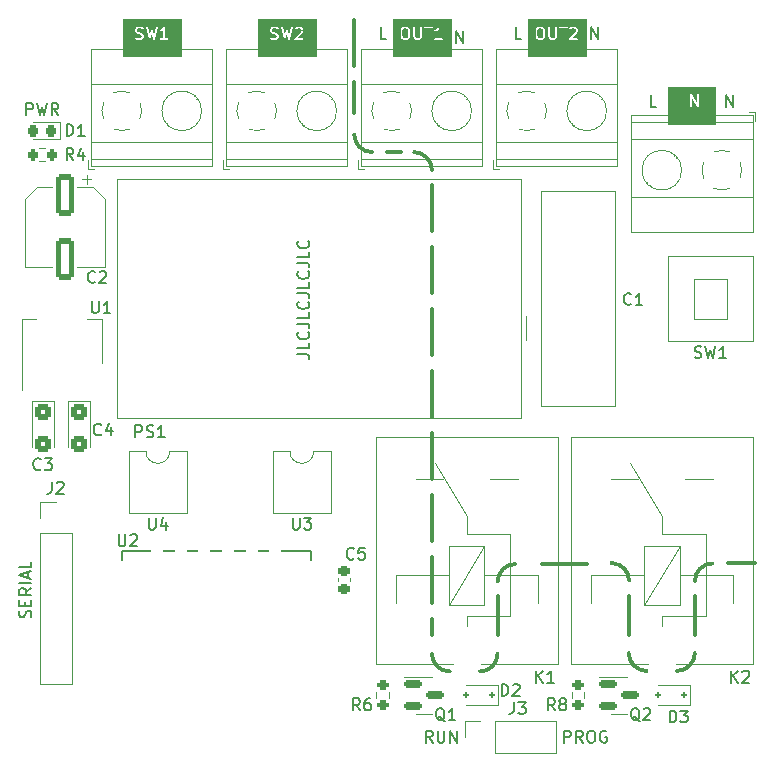
<source format=gto>
G04 #@! TF.GenerationSoftware,KiCad,Pcbnew,7.0.8*
G04 #@! TF.CreationDate,2024-05-10T10:59:20-03:00*
G04 #@! TF.ProjectId,on_off_module_x2,6f6e5f6f-6666-45f6-9d6f-64756c655f78,1.0*
G04 #@! TF.SameCoordinates,Original*
G04 #@! TF.FileFunction,Legend,Top*
G04 #@! TF.FilePolarity,Positive*
%FSLAX46Y46*%
G04 Gerber Fmt 4.6, Leading zero omitted, Abs format (unit mm)*
G04 Created by KiCad (PCBNEW 7.0.8) date 2024-05-10 10:59:20*
%MOMM*%
%LPD*%
G01*
G04 APERTURE LIST*
G04 Aperture macros list*
%AMRoundRect*
0 Rectangle with rounded corners*
0 $1 Rounding radius*
0 $2 $3 $4 $5 $6 $7 $8 $9 X,Y pos of 4 corners*
0 Add a 4 corners polygon primitive as box body*
4,1,4,$2,$3,$4,$5,$6,$7,$8,$9,$2,$3,0*
0 Add four circle primitives for the rounded corners*
1,1,$1+$1,$2,$3*
1,1,$1+$1,$4,$5*
1,1,$1+$1,$6,$7*
1,1,$1+$1,$8,$9*
0 Add four rect primitives between the rounded corners*
20,1,$1+$1,$2,$3,$4,$5,0*
20,1,$1+$1,$4,$5,$6,$7,0*
20,1,$1+$1,$6,$7,$8,$9,0*
20,1,$1+$1,$8,$9,$2,$3,0*%
G04 Aperture macros list end*
%ADD10C,0.350000*%
%ADD11C,0.050000*%
%ADD12C,0.200000*%
%ADD13C,0.150000*%
%ADD14C,0.120000*%
%ADD15C,0.152400*%
%ADD16RoundRect,0.225000X-0.250000X0.225000X-0.250000X-0.225000X0.250000X-0.225000X0.250000X0.225000X0*%
%ADD17RoundRect,0.150000X-0.587500X-0.150000X0.587500X-0.150000X0.587500X0.150000X-0.587500X0.150000X0*%
%ADD18R,2.600000X2.600000*%
%ADD19C,2.600000*%
%ADD20C,2.500000*%
%ADD21RoundRect,0.125000X0.125000X0.125000X-0.125000X0.125000X-0.125000X-0.125000X0.125000X-0.125000X0*%
%ADD22R,1.700000X1.700000*%
%ADD23O,1.700000X1.700000*%
%ADD24RoundRect,0.218750X0.218750X0.256250X-0.218750X0.256250X-0.218750X-0.256250X0.218750X-0.256250X0*%
%ADD25C,3.000000*%
%ADD26RoundRect,0.200000X-0.275000X0.200000X-0.275000X-0.200000X0.275000X-0.200000X0.275000X0.200000X0*%
%ADD27R,1.500000X2.000000*%
%ADD28R,3.800000X2.000000*%
%ADD29RoundRect,0.250000X-0.425000X0.450000X-0.425000X-0.450000X0.425000X-0.450000X0.425000X0.450000X0*%
%ADD30R,2.500000X1.100000*%
%ADD31R,1.100000X2.500000*%
%ADD32C,2.400000*%
%ADD33R,2.000000X1.780000*%
%ADD34R,2.300000X2.000000*%
%ADD35C,2.300000*%
%ADD36RoundRect,0.250000X-0.550000X1.500000X-0.550000X-1.500000X0.550000X-1.500000X0.550000X1.500000X0*%
%ADD37RoundRect,0.200000X-0.200000X-0.275000X0.200000X-0.275000X0.200000X0.275000X-0.200000X0.275000X0*%
%ADD38R,1.500000X1.500000*%
%ADD39C,1.500000*%
G04 APERTURE END LIST*
D10*
X148666200Y-70793754D02*
X149809200Y-70793754D01*
X169137200Y-108341054D02*
X169137200Y-111643054D01*
X152441931Y-113256469D02*
G75*
G03*
X153941847Y-114756469I1499869J-131D01*
G01*
X174701200Y-108341054D02*
X174701200Y-111643054D01*
X158005847Y-108385769D02*
X158005847Y-111687769D01*
D11*
X164848700Y-59490754D02*
X165509100Y-59490754D01*
X165509100Y-62640354D01*
X164848700Y-62640354D01*
X164848700Y-59490754D01*
G36*
X164848700Y-59490754D02*
G01*
X165509100Y-59490754D01*
X165509100Y-62640354D01*
X164848700Y-62640354D01*
X164848700Y-59490754D01*
G37*
X160632300Y-59490754D02*
X165509100Y-59490754D01*
X165509100Y-60074954D01*
X160632300Y-60074954D01*
X160632300Y-59490754D01*
G36*
X160632300Y-59490754D02*
G01*
X165509100Y-59490754D01*
X165509100Y-60074954D01*
X160632300Y-60074954D01*
X160632300Y-59490754D01*
G37*
D10*
X145872200Y-59617754D02*
X145872200Y-63467754D01*
X145872200Y-64867754D02*
X145872200Y-67491754D01*
X152441847Y-73587754D02*
X152441847Y-77437754D01*
X152441847Y-78837754D02*
X152441847Y-82687754D01*
X152441847Y-84087754D02*
X152441847Y-87937754D01*
X152441847Y-89337754D02*
X152441847Y-93187754D01*
X152441847Y-94587754D02*
X152441847Y-98437754D01*
X152441847Y-99837754D02*
X152441847Y-103687754D01*
X152441847Y-105087754D02*
X152441847Y-108937754D01*
X152441847Y-110337754D02*
X152441847Y-111687769D01*
D11*
X126682500Y-61370354D02*
X130670300Y-61370354D01*
X130670300Y-62640354D01*
X126682500Y-62640354D01*
X126682500Y-61370354D01*
G36*
X126682500Y-61370354D02*
G01*
X130670300Y-61370354D01*
X130670300Y-62640354D01*
X126682500Y-62640354D01*
X126682500Y-61370354D01*
G37*
X149131100Y-59490754D02*
X149664500Y-59490754D01*
X149664500Y-62640354D01*
X149131100Y-62640354D01*
X149131100Y-59490754D01*
G36*
X149131100Y-59490754D02*
G01*
X149664500Y-59490754D01*
X149664500Y-62640354D01*
X149131100Y-62640354D01*
X149131100Y-59490754D01*
G37*
D10*
X169113246Y-113211754D02*
G75*
G03*
X170613200Y-114711754I1499954J-46D01*
G01*
D11*
X172448300Y-67059954D02*
X176436100Y-67059954D01*
X176436100Y-68431554D01*
X172448300Y-68431554D01*
X172448300Y-67059954D01*
G36*
X172448300Y-67059954D02*
G01*
X176436100Y-67059954D01*
X176436100Y-68431554D01*
X172448300Y-68431554D01*
X172448300Y-67059954D01*
G37*
X160606900Y-59490754D02*
X161140300Y-59490754D01*
X161140300Y-62640354D01*
X160606900Y-62640354D01*
X160606900Y-59490754D01*
G36*
X160606900Y-59490754D02*
G01*
X161140300Y-59490754D01*
X161140300Y-62640354D01*
X160606900Y-62640354D01*
X160606900Y-59490754D01*
G37*
X130263900Y-59490754D02*
X131178300Y-59490754D01*
X131178300Y-62640354D01*
X130263900Y-62640354D01*
X130263900Y-59490754D01*
G36*
X130263900Y-59490754D02*
G01*
X131178300Y-59490754D01*
X131178300Y-62640354D01*
X130263900Y-62640354D01*
X130263900Y-59490754D01*
G37*
X175166100Y-65281954D02*
X176436100Y-65281954D01*
X176436100Y-68431554D01*
X175166100Y-68431554D01*
X175166100Y-65281954D01*
G36*
X175166100Y-65281954D02*
G01*
X176436100Y-65281954D01*
X176436100Y-68431554D01*
X175166100Y-68431554D01*
X175166100Y-65281954D01*
G37*
D10*
X169137246Y-107071054D02*
G75*
G03*
X167637200Y-105571054I-1500046J-46D01*
G01*
X161747200Y-105660415D02*
X165597200Y-105660415D01*
D11*
X137726500Y-59490754D02*
X142603300Y-59490754D01*
X142603300Y-60074954D01*
X137726500Y-60074954D01*
X137726500Y-59490754D01*
G36*
X137726500Y-59490754D02*
G01*
X142603300Y-59490754D01*
X142603300Y-60074954D01*
X137726500Y-60074954D01*
X137726500Y-59490754D01*
G37*
D10*
X177495200Y-105591754D02*
X179805200Y-105591754D01*
D11*
X172448300Y-65281954D02*
X173718300Y-65281954D01*
X173718300Y-68431554D01*
X172448300Y-68431554D01*
X172448300Y-65281954D01*
G36*
X172448300Y-65281954D02*
G01*
X173718300Y-65281954D01*
X173718300Y-68431554D01*
X172448300Y-68431554D01*
X172448300Y-65281954D01*
G37*
D10*
X159505847Y-105660347D02*
G75*
G03*
X158005847Y-107160415I53J-1500053D01*
G01*
D11*
X138107500Y-61370354D02*
X142095300Y-61370354D01*
X142095300Y-62640354D01*
X138107500Y-62640354D01*
X138107500Y-61370354D01*
G36*
X138107500Y-61370354D02*
G01*
X142095300Y-61370354D01*
X142095300Y-62640354D01*
X138107500Y-62640354D01*
X138107500Y-61370354D01*
G37*
D10*
X156505847Y-114756447D02*
G75*
G03*
X158005847Y-113256469I53J1499947D01*
G01*
X145872146Y-69293754D02*
G75*
G03*
X147372200Y-70793754I1500054J54D01*
G01*
X176201200Y-105615700D02*
G75*
G03*
X174701200Y-107115700I100J-1500100D01*
G01*
D11*
X153372900Y-59490754D02*
X154033300Y-59490754D01*
X154033300Y-62640354D01*
X153372900Y-62640354D01*
X153372900Y-59490754D01*
G36*
X153372900Y-59490754D02*
G01*
X154033300Y-59490754D01*
X154033300Y-62640354D01*
X153372900Y-62640354D01*
X153372900Y-59490754D01*
G37*
X141688900Y-59490754D02*
X142603300Y-59490754D01*
X142603300Y-62640354D01*
X141688900Y-62640354D01*
X141688900Y-59490754D01*
G36*
X141688900Y-59490754D02*
G01*
X142603300Y-59490754D01*
X142603300Y-62640354D01*
X141688900Y-62640354D01*
X141688900Y-59490754D01*
G37*
X137701100Y-59490754D02*
X138590100Y-59490754D01*
X138590100Y-62640354D01*
X137701100Y-62640354D01*
X137701100Y-59490754D01*
G36*
X137701100Y-59490754D02*
G01*
X138590100Y-59490754D01*
X138590100Y-62640354D01*
X137701100Y-62640354D01*
X137701100Y-59490754D01*
G37*
D10*
X152441846Y-72293754D02*
G75*
G03*
X150941847Y-70793754I-1499946J54D01*
G01*
D11*
X126276100Y-59490754D02*
X127165100Y-59490754D01*
X127165100Y-62640354D01*
X126276100Y-62640354D01*
X126276100Y-59490754D01*
G36*
X126276100Y-59490754D02*
G01*
X127165100Y-59490754D01*
X127165100Y-62640354D01*
X126276100Y-62640354D01*
X126276100Y-59490754D01*
G37*
X149537500Y-61370354D02*
X153525300Y-61370354D01*
X153525300Y-62640354D01*
X149537500Y-62640354D01*
X149537500Y-61370354D01*
G36*
X149537500Y-61370354D02*
G01*
X153525300Y-61370354D01*
X153525300Y-62640354D01*
X149537500Y-62640354D01*
X149537500Y-61370354D01*
G37*
X149156500Y-59490754D02*
X154033300Y-59490754D01*
X154033300Y-60074954D01*
X149156500Y-60074954D01*
X149156500Y-59490754D01*
G36*
X149156500Y-59490754D02*
G01*
X154033300Y-59490754D01*
X154033300Y-60074954D01*
X149156500Y-60074954D01*
X149156500Y-59490754D01*
G37*
X126301500Y-59490754D02*
X131178300Y-59490754D01*
X131178300Y-60074954D01*
X126301500Y-60074954D01*
X126301500Y-59490754D01*
G36*
X126301500Y-59490754D02*
G01*
X131178300Y-59490754D01*
X131178300Y-60074954D01*
X126301500Y-60074954D01*
X126301500Y-59490754D01*
G37*
X172448300Y-65281954D02*
X176436100Y-65281954D01*
X176436100Y-65739154D01*
X172448300Y-65739154D01*
X172448300Y-65281954D01*
G36*
X172448300Y-65281954D02*
G01*
X176436100Y-65281954D01*
X176436100Y-65739154D01*
X172448300Y-65739154D01*
X172448300Y-65281954D01*
G37*
D10*
X173201200Y-114711800D02*
G75*
G03*
X174701200Y-113211754I0J1500000D01*
G01*
D11*
X161013300Y-61370354D02*
X165001100Y-61370354D01*
X165001100Y-62640354D01*
X161013300Y-62640354D01*
X161013300Y-61370354D01*
G36*
X161013300Y-61370354D02*
G01*
X165001100Y-61370354D01*
X165001100Y-62640354D01*
X161013300Y-62640354D01*
X161013300Y-61370354D01*
G37*
D12*
X141056419Y-87882524D02*
X141770704Y-87882524D01*
X141770704Y-87882524D02*
X141913561Y-87930143D01*
X141913561Y-87930143D02*
X142008800Y-88025381D01*
X142008800Y-88025381D02*
X142056419Y-88168238D01*
X142056419Y-88168238D02*
X142056419Y-88263476D01*
X142056419Y-86930143D02*
X142056419Y-87406333D01*
X142056419Y-87406333D02*
X141056419Y-87406333D01*
X141961180Y-86025381D02*
X142008800Y-86073000D01*
X142008800Y-86073000D02*
X142056419Y-86215857D01*
X142056419Y-86215857D02*
X142056419Y-86311095D01*
X142056419Y-86311095D02*
X142008800Y-86453952D01*
X142008800Y-86453952D02*
X141913561Y-86549190D01*
X141913561Y-86549190D02*
X141818323Y-86596809D01*
X141818323Y-86596809D02*
X141627847Y-86644428D01*
X141627847Y-86644428D02*
X141484990Y-86644428D01*
X141484990Y-86644428D02*
X141294514Y-86596809D01*
X141294514Y-86596809D02*
X141199276Y-86549190D01*
X141199276Y-86549190D02*
X141104038Y-86453952D01*
X141104038Y-86453952D02*
X141056419Y-86311095D01*
X141056419Y-86311095D02*
X141056419Y-86215857D01*
X141056419Y-86215857D02*
X141104038Y-86073000D01*
X141104038Y-86073000D02*
X141151657Y-86025381D01*
X141056419Y-85311095D02*
X141770704Y-85311095D01*
X141770704Y-85311095D02*
X141913561Y-85358714D01*
X141913561Y-85358714D02*
X142008800Y-85453952D01*
X142008800Y-85453952D02*
X142056419Y-85596809D01*
X142056419Y-85596809D02*
X142056419Y-85692047D01*
X142056419Y-84358714D02*
X142056419Y-84834904D01*
X142056419Y-84834904D02*
X141056419Y-84834904D01*
X141961180Y-83453952D02*
X142008800Y-83501571D01*
X142008800Y-83501571D02*
X142056419Y-83644428D01*
X142056419Y-83644428D02*
X142056419Y-83739666D01*
X142056419Y-83739666D02*
X142008800Y-83882523D01*
X142008800Y-83882523D02*
X141913561Y-83977761D01*
X141913561Y-83977761D02*
X141818323Y-84025380D01*
X141818323Y-84025380D02*
X141627847Y-84072999D01*
X141627847Y-84072999D02*
X141484990Y-84072999D01*
X141484990Y-84072999D02*
X141294514Y-84025380D01*
X141294514Y-84025380D02*
X141199276Y-83977761D01*
X141199276Y-83977761D02*
X141104038Y-83882523D01*
X141104038Y-83882523D02*
X141056419Y-83739666D01*
X141056419Y-83739666D02*
X141056419Y-83644428D01*
X141056419Y-83644428D02*
X141104038Y-83501571D01*
X141104038Y-83501571D02*
X141151657Y-83453952D01*
X141056419Y-82739666D02*
X141770704Y-82739666D01*
X141770704Y-82739666D02*
X141913561Y-82787285D01*
X141913561Y-82787285D02*
X142008800Y-82882523D01*
X142008800Y-82882523D02*
X142056419Y-83025380D01*
X142056419Y-83025380D02*
X142056419Y-83120618D01*
X142056419Y-81787285D02*
X142056419Y-82263475D01*
X142056419Y-82263475D02*
X141056419Y-82263475D01*
X141961180Y-80882523D02*
X142008800Y-80930142D01*
X142008800Y-80930142D02*
X142056419Y-81072999D01*
X142056419Y-81072999D02*
X142056419Y-81168237D01*
X142056419Y-81168237D02*
X142008800Y-81311094D01*
X142008800Y-81311094D02*
X141913561Y-81406332D01*
X141913561Y-81406332D02*
X141818323Y-81453951D01*
X141818323Y-81453951D02*
X141627847Y-81501570D01*
X141627847Y-81501570D02*
X141484990Y-81501570D01*
X141484990Y-81501570D02*
X141294514Y-81453951D01*
X141294514Y-81453951D02*
X141199276Y-81406332D01*
X141199276Y-81406332D02*
X141104038Y-81311094D01*
X141104038Y-81311094D02*
X141056419Y-81168237D01*
X141056419Y-81168237D02*
X141056419Y-81072999D01*
X141056419Y-81072999D02*
X141104038Y-80930142D01*
X141104038Y-80930142D02*
X141151657Y-80882523D01*
X141056419Y-80168237D02*
X141770704Y-80168237D01*
X141770704Y-80168237D02*
X141913561Y-80215856D01*
X141913561Y-80215856D02*
X142008800Y-80311094D01*
X142008800Y-80311094D02*
X142056419Y-80453951D01*
X142056419Y-80453951D02*
X142056419Y-80549189D01*
X142056419Y-79215856D02*
X142056419Y-79692046D01*
X142056419Y-79692046D02*
X141056419Y-79692046D01*
X141961180Y-78311094D02*
X142008800Y-78358713D01*
X142008800Y-78358713D02*
X142056419Y-78501570D01*
X142056419Y-78501570D02*
X142056419Y-78596808D01*
X142056419Y-78596808D02*
X142008800Y-78739665D01*
X142008800Y-78739665D02*
X141913561Y-78834903D01*
X141913561Y-78834903D02*
X141818323Y-78882522D01*
X141818323Y-78882522D02*
X141627847Y-78930141D01*
X141627847Y-78930141D02*
X141484990Y-78930141D01*
X141484990Y-78930141D02*
X141294514Y-78882522D01*
X141294514Y-78882522D02*
X141199276Y-78834903D01*
X141199276Y-78834903D02*
X141104038Y-78739665D01*
X141104038Y-78739665D02*
X141056419Y-78596808D01*
X141056419Y-78596808D02*
X141056419Y-78501570D01*
X141056419Y-78501570D02*
X141104038Y-78358713D01*
X141104038Y-78358713D02*
X141151657Y-78311094D01*
D13*
X145832533Y-105189334D02*
X145784914Y-105236954D01*
X145784914Y-105236954D02*
X145642057Y-105284573D01*
X145642057Y-105284573D02*
X145546819Y-105284573D01*
X145546819Y-105284573D02*
X145403962Y-105236954D01*
X145403962Y-105236954D02*
X145308724Y-105141715D01*
X145308724Y-105141715D02*
X145261105Y-105046477D01*
X145261105Y-105046477D02*
X145213486Y-104856001D01*
X145213486Y-104856001D02*
X145213486Y-104713144D01*
X145213486Y-104713144D02*
X145261105Y-104522668D01*
X145261105Y-104522668D02*
X145308724Y-104427430D01*
X145308724Y-104427430D02*
X145403962Y-104332192D01*
X145403962Y-104332192D02*
X145546819Y-104284573D01*
X145546819Y-104284573D02*
X145642057Y-104284573D01*
X145642057Y-104284573D02*
X145784914Y-104332192D01*
X145784914Y-104332192D02*
X145832533Y-104379811D01*
X146737295Y-104284573D02*
X146261105Y-104284573D01*
X146261105Y-104284573D02*
X146213486Y-104760763D01*
X146213486Y-104760763D02*
X146261105Y-104713144D01*
X146261105Y-104713144D02*
X146356343Y-104665525D01*
X146356343Y-104665525D02*
X146594438Y-104665525D01*
X146594438Y-104665525D02*
X146689676Y-104713144D01*
X146689676Y-104713144D02*
X146737295Y-104760763D01*
X146737295Y-104760763D02*
X146784914Y-104856001D01*
X146784914Y-104856001D02*
X146784914Y-105094096D01*
X146784914Y-105094096D02*
X146737295Y-105189334D01*
X146737295Y-105189334D02*
X146689676Y-105236954D01*
X146689676Y-105236954D02*
X146594438Y-105284573D01*
X146594438Y-105284573D02*
X146356343Y-105284573D01*
X146356343Y-105284573D02*
X146261105Y-105236954D01*
X146261105Y-105236954D02*
X146213486Y-105189334D01*
X153523961Y-118968811D02*
X153428723Y-118921192D01*
X153428723Y-118921192D02*
X153333485Y-118825954D01*
X153333485Y-118825954D02*
X153190628Y-118683096D01*
X153190628Y-118683096D02*
X153095390Y-118635477D01*
X153095390Y-118635477D02*
X153000152Y-118635477D01*
X153047771Y-118873573D02*
X152952533Y-118825954D01*
X152952533Y-118825954D02*
X152857295Y-118730715D01*
X152857295Y-118730715D02*
X152809676Y-118540239D01*
X152809676Y-118540239D02*
X152809676Y-118206906D01*
X152809676Y-118206906D02*
X152857295Y-118016430D01*
X152857295Y-118016430D02*
X152952533Y-117921192D01*
X152952533Y-117921192D02*
X153047771Y-117873573D01*
X153047771Y-117873573D02*
X153238247Y-117873573D01*
X153238247Y-117873573D02*
X153333485Y-117921192D01*
X153333485Y-117921192D02*
X153428723Y-118016430D01*
X153428723Y-118016430D02*
X153476342Y-118206906D01*
X153476342Y-118206906D02*
X153476342Y-118540239D01*
X153476342Y-118540239D02*
X153428723Y-118730715D01*
X153428723Y-118730715D02*
X153333485Y-118825954D01*
X153333485Y-118825954D02*
X153238247Y-118873573D01*
X153238247Y-118873573D02*
X153047771Y-118873573D01*
X154428723Y-118873573D02*
X153857295Y-118873573D01*
X154143009Y-118873573D02*
X154143009Y-117873573D01*
X154143009Y-117873573D02*
X154047771Y-118016430D01*
X154047771Y-118016430D02*
X153952533Y-118111668D01*
X153952533Y-118111668D02*
X153857295Y-118159287D01*
G36*
X141703390Y-61433430D02*
G01*
X138601010Y-61433430D01*
X138601010Y-60501287D01*
X138743867Y-60501287D01*
X138745400Y-60505500D01*
X138744359Y-60509861D01*
X138751785Y-60534828D01*
X138799404Y-60630066D01*
X138800593Y-60631191D01*
X138813453Y-60649558D01*
X138861072Y-60697177D01*
X138862553Y-60697868D01*
X138880564Y-60711226D01*
X138975802Y-60758845D01*
X138979330Y-60759251D01*
X138991153Y-60764524D01*
X139173643Y-60810146D01*
X139250630Y-60848640D01*
X139281037Y-60879047D01*
X139315295Y-60947563D01*
X139315295Y-61007391D01*
X139281036Y-61075907D01*
X139250629Y-61106315D01*
X139182114Y-61140573D01*
X138973894Y-61140573D01*
X138842584Y-61096803D01*
X138791300Y-61098204D01*
X138752915Y-61132241D01*
X138745390Y-61182990D01*
X138772245Y-61226702D01*
X138795150Y-61239105D01*
X138938006Y-61286724D01*
X138939641Y-61286679D01*
X138961724Y-61290573D01*
X139199819Y-61290573D01*
X139204032Y-61289039D01*
X139208393Y-61290081D01*
X139233360Y-61282655D01*
X139328598Y-61235036D01*
X139329722Y-61233848D01*
X139348091Y-61220986D01*
X139395709Y-61173367D01*
X139396399Y-61171885D01*
X139409758Y-61153875D01*
X139457377Y-61058637D01*
X139457889Y-61054183D01*
X139460772Y-61050748D01*
X139465295Y-61025096D01*
X139465295Y-60929858D01*
X139463761Y-60925644D01*
X139464803Y-60921283D01*
X139457377Y-60896317D01*
X139409758Y-60801079D01*
X139408568Y-60799953D01*
X139395709Y-60781587D01*
X139348090Y-60733968D01*
X139346608Y-60733277D01*
X139328598Y-60719919D01*
X139233360Y-60672300D01*
X139229831Y-60671893D01*
X139218009Y-60666621D01*
X139035519Y-60620998D01*
X138958532Y-60582505D01*
X138928125Y-60552098D01*
X138893867Y-60483582D01*
X138893867Y-60423754D01*
X138928125Y-60355238D01*
X138958532Y-60324831D01*
X139027048Y-60290573D01*
X139235268Y-60290573D01*
X139366577Y-60334343D01*
X139417861Y-60332942D01*
X139456247Y-60298904D01*
X139463772Y-60248156D01*
X139438452Y-60206942D01*
X139649127Y-60206942D01*
X139650669Y-60232945D01*
X139888764Y-61232945D01*
X139893093Y-61239513D01*
X139893789Y-61247351D01*
X139906849Y-61260380D01*
X139917000Y-61275778D01*
X139924538Y-61278026D01*
X139930109Y-61283584D01*
X139948485Y-61285169D01*
X139966162Y-61290442D01*
X139973384Y-61287317D01*
X139981222Y-61287994D01*
X139996318Y-61277396D01*
X140013248Y-61270073D01*
X140016771Y-61263038D01*
X140023212Y-61258518D01*
X140034192Y-61234898D01*
X140152199Y-60792367D01*
X140270208Y-61234898D01*
X140274713Y-61241349D01*
X140275619Y-61249164D01*
X140289024Y-61261837D01*
X140299585Y-61276958D01*
X140307179Y-61279002D01*
X140312898Y-61284409D01*
X140331311Y-61285500D01*
X140349123Y-61290296D01*
X140356259Y-61286978D01*
X140364112Y-61287444D01*
X140378915Y-61276447D01*
X140395646Y-61268670D01*
X140398980Y-61261541D01*
X140405295Y-61256851D01*
X140415636Y-61232945D01*
X140421328Y-61209037D01*
X140791772Y-61209037D01*
X140797613Y-61230839D01*
X140801534Y-61253073D01*
X140804161Y-61255277D01*
X140805049Y-61258591D01*
X140823540Y-61271539D01*
X140840834Y-61286050D01*
X140845418Y-61286858D01*
X140847075Y-61288018D01*
X140850363Y-61287730D01*
X140866486Y-61290573D01*
X141485533Y-61290573D01*
X141533742Y-61273026D01*
X141559394Y-61228597D01*
X141550485Y-61178073D01*
X141511185Y-61145096D01*
X141485533Y-61140573D01*
X141047552Y-61140573D01*
X141490947Y-60697177D01*
X141492842Y-60693112D01*
X141496662Y-60690766D01*
X141509065Y-60667861D01*
X141556684Y-60525005D01*
X141556639Y-60523369D01*
X141560533Y-60501287D01*
X141560533Y-60406049D01*
X141558999Y-60401835D01*
X141560041Y-60397474D01*
X141552615Y-60372508D01*
X141504996Y-60277270D01*
X141503806Y-60276144D01*
X141490947Y-60257778D01*
X141443328Y-60210159D01*
X141441846Y-60209468D01*
X141423836Y-60196110D01*
X141328598Y-60148491D01*
X141324144Y-60147978D01*
X141320709Y-60145096D01*
X141295057Y-60140573D01*
X141056962Y-60140573D01*
X141052748Y-60142106D01*
X141048387Y-60141065D01*
X141023421Y-60148491D01*
X140928183Y-60196110D01*
X140927057Y-60197299D01*
X140908691Y-60210159D01*
X140861072Y-60257778D01*
X140839391Y-60304275D01*
X140852668Y-60353829D01*
X140894694Y-60383256D01*
X140945801Y-60378784D01*
X140967138Y-60363844D01*
X141006151Y-60324831D01*
X141074667Y-60290573D01*
X141277352Y-60290573D01*
X141345868Y-60324831D01*
X141376275Y-60355238D01*
X141410533Y-60423754D01*
X141410533Y-60489117D01*
X141372361Y-60603630D01*
X140813453Y-61162540D01*
X140803915Y-61182993D01*
X140792625Y-61202549D01*
X140793221Y-61205929D01*
X140791772Y-61209037D01*
X140421328Y-61209037D01*
X140653732Y-60232945D01*
X140647829Y-60181982D01*
X140610550Y-60146737D01*
X140559336Y-60143702D01*
X140518153Y-60174295D01*
X140507812Y-60198202D01*
X140338559Y-60909057D01*
X140224668Y-60481962D01*
X140220740Y-60476339D01*
X140220135Y-60469509D01*
X140206397Y-60455803D01*
X140195291Y-60439902D01*
X140188672Y-60438119D01*
X140183816Y-60433275D01*
X140164482Y-60431606D01*
X140145753Y-60426564D01*
X140139534Y-60429454D01*
X140132702Y-60428865D01*
X140116822Y-60440012D01*
X140099231Y-60448190D01*
X140096325Y-60454401D01*
X140090712Y-60458342D01*
X140079732Y-60481962D01*
X139965840Y-60909057D01*
X139796589Y-60198201D01*
X139768353Y-60155368D01*
X139719191Y-60140704D01*
X139672105Y-60161073D01*
X139649127Y-60206942D01*
X139438452Y-60206942D01*
X139436917Y-60204443D01*
X139414012Y-60192041D01*
X139271155Y-60144422D01*
X139269520Y-60144466D01*
X139247438Y-60140573D01*
X139009343Y-60140573D01*
X139005129Y-60142106D01*
X139000768Y-60141065D01*
X138975802Y-60148491D01*
X138880564Y-60196110D01*
X138879438Y-60197299D01*
X138861072Y-60210159D01*
X138813453Y-60257778D01*
X138812762Y-60259259D01*
X138799404Y-60277270D01*
X138751785Y-60372508D01*
X138751272Y-60376961D01*
X138748390Y-60380397D01*
X138743867Y-60406049D01*
X138743867Y-60501287D01*
X138601010Y-60501287D01*
X138601010Y-59997716D01*
X141703390Y-59997716D01*
X141703390Y-61433430D01*
G37*
X158342105Y-116841573D02*
X158342105Y-115841573D01*
X158342105Y-115841573D02*
X158580200Y-115841573D01*
X158580200Y-115841573D02*
X158723057Y-115889192D01*
X158723057Y-115889192D02*
X158818295Y-115984430D01*
X158818295Y-115984430D02*
X158865914Y-116079668D01*
X158865914Y-116079668D02*
X158913533Y-116270144D01*
X158913533Y-116270144D02*
X158913533Y-116413001D01*
X158913533Y-116413001D02*
X158865914Y-116603477D01*
X158865914Y-116603477D02*
X158818295Y-116698715D01*
X158818295Y-116698715D02*
X158723057Y-116793954D01*
X158723057Y-116793954D02*
X158580200Y-116841573D01*
X158580200Y-116841573D02*
X158342105Y-116841573D01*
X159294486Y-115936811D02*
X159342105Y-115889192D01*
X159342105Y-115889192D02*
X159437343Y-115841573D01*
X159437343Y-115841573D02*
X159675438Y-115841573D01*
X159675438Y-115841573D02*
X159770676Y-115889192D01*
X159770676Y-115889192D02*
X159818295Y-115936811D01*
X159818295Y-115936811D02*
X159865914Y-116032049D01*
X159865914Y-116032049D02*
X159865914Y-116127287D01*
X159865914Y-116127287D02*
X159818295Y-116270144D01*
X159818295Y-116270144D02*
X159246867Y-116841573D01*
X159246867Y-116841573D02*
X159865914Y-116841573D01*
X159381866Y-117365573D02*
X159381866Y-118079858D01*
X159381866Y-118079858D02*
X159334247Y-118222715D01*
X159334247Y-118222715D02*
X159239009Y-118317954D01*
X159239009Y-118317954D02*
X159096152Y-118365573D01*
X159096152Y-118365573D02*
X159000914Y-118365573D01*
X159762819Y-117365573D02*
X160381866Y-117365573D01*
X160381866Y-117365573D02*
X160048533Y-117746525D01*
X160048533Y-117746525D02*
X160191390Y-117746525D01*
X160191390Y-117746525D02*
X160286628Y-117794144D01*
X160286628Y-117794144D02*
X160334247Y-117841763D01*
X160334247Y-117841763D02*
X160381866Y-117937001D01*
X160381866Y-117937001D02*
X160381866Y-118175096D01*
X160381866Y-118175096D02*
X160334247Y-118270334D01*
X160334247Y-118270334D02*
X160286628Y-118317954D01*
X160286628Y-118317954D02*
X160191390Y-118365573D01*
X160191390Y-118365573D02*
X159905676Y-118365573D01*
X159905676Y-118365573D02*
X159810438Y-118317954D01*
X159810438Y-118317954D02*
X159762819Y-118270334D01*
X152500104Y-120778573D02*
X152166771Y-120302382D01*
X151928676Y-120778573D02*
X151928676Y-119778573D01*
X151928676Y-119778573D02*
X152309628Y-119778573D01*
X152309628Y-119778573D02*
X152404866Y-119826192D01*
X152404866Y-119826192D02*
X152452485Y-119873811D01*
X152452485Y-119873811D02*
X152500104Y-119969049D01*
X152500104Y-119969049D02*
X152500104Y-120111906D01*
X152500104Y-120111906D02*
X152452485Y-120207144D01*
X152452485Y-120207144D02*
X152404866Y-120254763D01*
X152404866Y-120254763D02*
X152309628Y-120302382D01*
X152309628Y-120302382D02*
X151928676Y-120302382D01*
X152928676Y-119778573D02*
X152928676Y-120588096D01*
X152928676Y-120588096D02*
X152976295Y-120683334D01*
X152976295Y-120683334D02*
X153023914Y-120730954D01*
X153023914Y-120730954D02*
X153119152Y-120778573D01*
X153119152Y-120778573D02*
X153309628Y-120778573D01*
X153309628Y-120778573D02*
X153404866Y-120730954D01*
X153404866Y-120730954D02*
X153452485Y-120683334D01*
X153452485Y-120683334D02*
X153500104Y-120588096D01*
X153500104Y-120588096D02*
X153500104Y-119778573D01*
X153976295Y-120778573D02*
X153976295Y-119778573D01*
X153976295Y-119778573D02*
X154547723Y-120778573D01*
X154547723Y-120778573D02*
X154547723Y-119778573D01*
X163644486Y-120778573D02*
X163644486Y-119778573D01*
X163644486Y-119778573D02*
X164025438Y-119778573D01*
X164025438Y-119778573D02*
X164120676Y-119826192D01*
X164120676Y-119826192D02*
X164168295Y-119873811D01*
X164168295Y-119873811D02*
X164215914Y-119969049D01*
X164215914Y-119969049D02*
X164215914Y-120111906D01*
X164215914Y-120111906D02*
X164168295Y-120207144D01*
X164168295Y-120207144D02*
X164120676Y-120254763D01*
X164120676Y-120254763D02*
X164025438Y-120302382D01*
X164025438Y-120302382D02*
X163644486Y-120302382D01*
X165215914Y-120778573D02*
X164882581Y-120302382D01*
X164644486Y-120778573D02*
X164644486Y-119778573D01*
X164644486Y-119778573D02*
X165025438Y-119778573D01*
X165025438Y-119778573D02*
X165120676Y-119826192D01*
X165120676Y-119826192D02*
X165168295Y-119873811D01*
X165168295Y-119873811D02*
X165215914Y-119969049D01*
X165215914Y-119969049D02*
X165215914Y-120111906D01*
X165215914Y-120111906D02*
X165168295Y-120207144D01*
X165168295Y-120207144D02*
X165120676Y-120254763D01*
X165120676Y-120254763D02*
X165025438Y-120302382D01*
X165025438Y-120302382D02*
X164644486Y-120302382D01*
X165834962Y-119778573D02*
X166025438Y-119778573D01*
X166025438Y-119778573D02*
X166120676Y-119826192D01*
X166120676Y-119826192D02*
X166215914Y-119921430D01*
X166215914Y-119921430D02*
X166263533Y-120111906D01*
X166263533Y-120111906D02*
X166263533Y-120445239D01*
X166263533Y-120445239D02*
X166215914Y-120635715D01*
X166215914Y-120635715D02*
X166120676Y-120730954D01*
X166120676Y-120730954D02*
X166025438Y-120778573D01*
X166025438Y-120778573D02*
X165834962Y-120778573D01*
X165834962Y-120778573D02*
X165739724Y-120730954D01*
X165739724Y-120730954D02*
X165644486Y-120635715D01*
X165644486Y-120635715D02*
X165596867Y-120445239D01*
X165596867Y-120445239D02*
X165596867Y-120111906D01*
X165596867Y-120111906D02*
X165644486Y-119921430D01*
X165644486Y-119921430D02*
X165739724Y-119826192D01*
X165739724Y-119826192D02*
X165834962Y-119778573D01*
X167215914Y-119826192D02*
X167120676Y-119778573D01*
X167120676Y-119778573D02*
X166977819Y-119778573D01*
X166977819Y-119778573D02*
X166834962Y-119826192D01*
X166834962Y-119826192D02*
X166739724Y-119921430D01*
X166739724Y-119921430D02*
X166692105Y-120016668D01*
X166692105Y-120016668D02*
X166644486Y-120207144D01*
X166644486Y-120207144D02*
X166644486Y-120350001D01*
X166644486Y-120350001D02*
X166692105Y-120540477D01*
X166692105Y-120540477D02*
X166739724Y-120635715D01*
X166739724Y-120635715D02*
X166834962Y-120730954D01*
X166834962Y-120730954D02*
X166977819Y-120778573D01*
X166977819Y-120778573D02*
X167073057Y-120778573D01*
X167073057Y-120778573D02*
X167215914Y-120730954D01*
X167215914Y-120730954D02*
X167263533Y-120683334D01*
X167263533Y-120683334D02*
X167263533Y-120350001D01*
X167263533Y-120350001D02*
X167073057Y-120350001D01*
X172566105Y-119072573D02*
X172566105Y-118072573D01*
X172566105Y-118072573D02*
X172804200Y-118072573D01*
X172804200Y-118072573D02*
X172947057Y-118120192D01*
X172947057Y-118120192D02*
X173042295Y-118215430D01*
X173042295Y-118215430D02*
X173089914Y-118310668D01*
X173089914Y-118310668D02*
X173137533Y-118501144D01*
X173137533Y-118501144D02*
X173137533Y-118644001D01*
X173137533Y-118644001D02*
X173089914Y-118834477D01*
X173089914Y-118834477D02*
X173042295Y-118929715D01*
X173042295Y-118929715D02*
X172947057Y-119024954D01*
X172947057Y-119024954D02*
X172804200Y-119072573D01*
X172804200Y-119072573D02*
X172566105Y-119072573D01*
X173470867Y-118072573D02*
X174089914Y-118072573D01*
X174089914Y-118072573D02*
X173756581Y-118453525D01*
X173756581Y-118453525D02*
X173899438Y-118453525D01*
X173899438Y-118453525D02*
X173994676Y-118501144D01*
X173994676Y-118501144D02*
X174042295Y-118548763D01*
X174042295Y-118548763D02*
X174089914Y-118644001D01*
X174089914Y-118644001D02*
X174089914Y-118882096D01*
X174089914Y-118882096D02*
X174042295Y-118977334D01*
X174042295Y-118977334D02*
X173994676Y-119024954D01*
X173994676Y-119024954D02*
X173899438Y-119072573D01*
X173899438Y-119072573D02*
X173613724Y-119072573D01*
X173613724Y-119072573D02*
X173518486Y-119024954D01*
X173518486Y-119024954D02*
X173470867Y-118977334D01*
X121512105Y-69425873D02*
X121512105Y-68425873D01*
X121512105Y-68425873D02*
X121750200Y-68425873D01*
X121750200Y-68425873D02*
X121893057Y-68473492D01*
X121893057Y-68473492D02*
X121988295Y-68568730D01*
X121988295Y-68568730D02*
X122035914Y-68663968D01*
X122035914Y-68663968D02*
X122083533Y-68854444D01*
X122083533Y-68854444D02*
X122083533Y-68997301D01*
X122083533Y-68997301D02*
X122035914Y-69187777D01*
X122035914Y-69187777D02*
X121988295Y-69283015D01*
X121988295Y-69283015D02*
X121893057Y-69378254D01*
X121893057Y-69378254D02*
X121750200Y-69425873D01*
X121750200Y-69425873D02*
X121512105Y-69425873D01*
X123035914Y-69425873D02*
X122464486Y-69425873D01*
X122750200Y-69425873D02*
X122750200Y-68425873D01*
X122750200Y-68425873D02*
X122654962Y-68568730D01*
X122654962Y-68568730D02*
X122559724Y-68663968D01*
X122559724Y-68663968D02*
X122464486Y-68711587D01*
X118102867Y-67647873D02*
X118102867Y-66647873D01*
X118102867Y-66647873D02*
X118483819Y-66647873D01*
X118483819Y-66647873D02*
X118579057Y-66695492D01*
X118579057Y-66695492D02*
X118626676Y-66743111D01*
X118626676Y-66743111D02*
X118674295Y-66838349D01*
X118674295Y-66838349D02*
X118674295Y-66981206D01*
X118674295Y-66981206D02*
X118626676Y-67076444D01*
X118626676Y-67076444D02*
X118579057Y-67124063D01*
X118579057Y-67124063D02*
X118483819Y-67171682D01*
X118483819Y-67171682D02*
X118102867Y-67171682D01*
X119007629Y-66647873D02*
X119245724Y-67647873D01*
X119245724Y-67647873D02*
X119436200Y-66933587D01*
X119436200Y-66933587D02*
X119626676Y-67647873D01*
X119626676Y-67647873D02*
X119864772Y-66647873D01*
X120817152Y-67647873D02*
X120483819Y-67171682D01*
X120245724Y-67647873D02*
X120245724Y-66647873D01*
X120245724Y-66647873D02*
X120626676Y-66647873D01*
X120626676Y-66647873D02*
X120721914Y-66695492D01*
X120721914Y-66695492D02*
X120769533Y-66743111D01*
X120769533Y-66743111D02*
X120817152Y-66838349D01*
X120817152Y-66838349D02*
X120817152Y-66981206D01*
X120817152Y-66981206D02*
X120769533Y-67076444D01*
X120769533Y-67076444D02*
X120721914Y-67124063D01*
X120721914Y-67124063D02*
X120626676Y-67171682D01*
X120626676Y-67171682D02*
X120245724Y-67171682D01*
X177773105Y-115698573D02*
X177773105Y-114698573D01*
X178344533Y-115698573D02*
X177915962Y-115127144D01*
X178344533Y-114698573D02*
X177773105Y-115270001D01*
X178725486Y-114793811D02*
X178773105Y-114746192D01*
X178773105Y-114746192D02*
X178868343Y-114698573D01*
X178868343Y-114698573D02*
X179106438Y-114698573D01*
X179106438Y-114698573D02*
X179201676Y-114746192D01*
X179201676Y-114746192D02*
X179249295Y-114793811D01*
X179249295Y-114793811D02*
X179296914Y-114889049D01*
X179296914Y-114889049D02*
X179296914Y-114984287D01*
X179296914Y-114984287D02*
X179249295Y-115127144D01*
X179249295Y-115127144D02*
X178677867Y-115698573D01*
X178677867Y-115698573D02*
X179296914Y-115698573D01*
X162850533Y-118047573D02*
X162517200Y-117571382D01*
X162279105Y-118047573D02*
X162279105Y-117047573D01*
X162279105Y-117047573D02*
X162660057Y-117047573D01*
X162660057Y-117047573D02*
X162755295Y-117095192D01*
X162755295Y-117095192D02*
X162802914Y-117142811D01*
X162802914Y-117142811D02*
X162850533Y-117238049D01*
X162850533Y-117238049D02*
X162850533Y-117380906D01*
X162850533Y-117380906D02*
X162802914Y-117476144D01*
X162802914Y-117476144D02*
X162755295Y-117523763D01*
X162755295Y-117523763D02*
X162660057Y-117571382D01*
X162660057Y-117571382D02*
X162279105Y-117571382D01*
X163421962Y-117476144D02*
X163326724Y-117428525D01*
X163326724Y-117428525D02*
X163279105Y-117380906D01*
X163279105Y-117380906D02*
X163231486Y-117285668D01*
X163231486Y-117285668D02*
X163231486Y-117238049D01*
X163231486Y-117238049D02*
X163279105Y-117142811D01*
X163279105Y-117142811D02*
X163326724Y-117095192D01*
X163326724Y-117095192D02*
X163421962Y-117047573D01*
X163421962Y-117047573D02*
X163612438Y-117047573D01*
X163612438Y-117047573D02*
X163707676Y-117095192D01*
X163707676Y-117095192D02*
X163755295Y-117142811D01*
X163755295Y-117142811D02*
X163802914Y-117238049D01*
X163802914Y-117238049D02*
X163802914Y-117285668D01*
X163802914Y-117285668D02*
X163755295Y-117380906D01*
X163755295Y-117380906D02*
X163707676Y-117428525D01*
X163707676Y-117428525D02*
X163612438Y-117476144D01*
X163612438Y-117476144D02*
X163421962Y-117476144D01*
X163421962Y-117476144D02*
X163326724Y-117523763D01*
X163326724Y-117523763D02*
X163279105Y-117571382D01*
X163279105Y-117571382D02*
X163231486Y-117666620D01*
X163231486Y-117666620D02*
X163231486Y-117857096D01*
X163231486Y-117857096D02*
X163279105Y-117952334D01*
X163279105Y-117952334D02*
X163326724Y-117999954D01*
X163326724Y-117999954D02*
X163421962Y-118047573D01*
X163421962Y-118047573D02*
X163612438Y-118047573D01*
X163612438Y-118047573D02*
X163707676Y-117999954D01*
X163707676Y-117999954D02*
X163755295Y-117952334D01*
X163755295Y-117952334D02*
X163802914Y-117857096D01*
X163802914Y-117857096D02*
X163802914Y-117666620D01*
X163802914Y-117666620D02*
X163755295Y-117571382D01*
X163755295Y-117571382D02*
X163707676Y-117523763D01*
X163707676Y-117523763D02*
X163612438Y-117476144D01*
X161263105Y-115698573D02*
X161263105Y-114698573D01*
X161834533Y-115698573D02*
X161405962Y-115127144D01*
X161834533Y-114698573D02*
X161263105Y-115270001D01*
X162786914Y-115698573D02*
X162215486Y-115698573D01*
X162501200Y-115698573D02*
X162501200Y-114698573D01*
X162501200Y-114698573D02*
X162405962Y-114841430D01*
X162405962Y-114841430D02*
X162310724Y-114936668D01*
X162310724Y-114936668D02*
X162215486Y-114984287D01*
X154482676Y-61520373D02*
X154482676Y-60520373D01*
X154482676Y-60520373D02*
X155054104Y-61520373D01*
X155054104Y-61520373D02*
X155054104Y-60520373D01*
G36*
X150342296Y-60324831D02*
G01*
X150414238Y-60396773D01*
X150454580Y-60558140D01*
X150454580Y-60873005D01*
X150414238Y-61034371D01*
X150342295Y-61106315D01*
X150273780Y-61140573D01*
X150118714Y-61140573D01*
X150050198Y-61106315D01*
X149978255Y-61034371D01*
X149937914Y-60873005D01*
X149937914Y-60558140D01*
X149978255Y-60396773D01*
X150050198Y-60324831D01*
X150118714Y-60290573D01*
X150273780Y-60290573D01*
X150342296Y-60324831D01*
G37*
G36*
X153508203Y-61433430D02*
G01*
X149645057Y-61433430D01*
X149645057Y-60882239D01*
X149787914Y-60882239D01*
X149789099Y-60885496D01*
X149790153Y-60900429D01*
X149837772Y-61090905D01*
X149841914Y-61097037D01*
X149842559Y-61104411D01*
X149857500Y-61125748D01*
X149952738Y-61220987D01*
X149954220Y-61221678D01*
X149972230Y-61235036D01*
X150067468Y-61282655D01*
X150071921Y-61283167D01*
X150075357Y-61286050D01*
X150101009Y-61290573D01*
X150291485Y-61290573D01*
X150295698Y-61289039D01*
X150300059Y-61290081D01*
X150325026Y-61282655D01*
X150420264Y-61235036D01*
X150421389Y-61233846D01*
X150439756Y-61220987D01*
X150534995Y-61125747D01*
X150538122Y-61119039D01*
X150544112Y-61114694D01*
X150554722Y-61090905D01*
X150571174Y-61025096D01*
X150883152Y-61025096D01*
X150884685Y-61029309D01*
X150883644Y-61033670D01*
X150891070Y-61058637D01*
X150938689Y-61153875D01*
X150939877Y-61155000D01*
X150952737Y-61173366D01*
X151000356Y-61220986D01*
X151001837Y-61221676D01*
X151019849Y-61235036D01*
X151115087Y-61282655D01*
X151119540Y-61283167D01*
X151122976Y-61286050D01*
X151148628Y-61290573D01*
X151339104Y-61290573D01*
X151343317Y-61289039D01*
X151347678Y-61290081D01*
X151372645Y-61282655D01*
X151467883Y-61235036D01*
X151469007Y-61233848D01*
X151487376Y-61220986D01*
X151534994Y-61173367D01*
X151535684Y-61171885D01*
X151549043Y-61153875D01*
X151596662Y-61058637D01*
X151597174Y-61054183D01*
X151600057Y-61050748D01*
X151604580Y-61025096D01*
X151604580Y-60215573D01*
X151599840Y-60202549D01*
X151789053Y-60202549D01*
X151797962Y-60253073D01*
X151837262Y-60286050D01*
X151862914Y-60290573D01*
X152073628Y-60290573D01*
X152073628Y-61215573D01*
X152091175Y-61263782D01*
X152135604Y-61289434D01*
X152186128Y-61280525D01*
X152219105Y-61241225D01*
X152223628Y-61215573D01*
X152223628Y-61202549D01*
X152646196Y-61202549D01*
X152655105Y-61253073D01*
X152694405Y-61286050D01*
X152720057Y-61290573D01*
X153291485Y-61290573D01*
X153339694Y-61273026D01*
X153365346Y-61228597D01*
X153356437Y-61178073D01*
X153317137Y-61145096D01*
X153291485Y-61140573D01*
X153080771Y-61140573D01*
X153080771Y-60215573D01*
X153079295Y-60211519D01*
X153080316Y-60207330D01*
X153070668Y-60187817D01*
X153063224Y-60167364D01*
X153059489Y-60165208D01*
X153057578Y-60161341D01*
X153037643Y-60152594D01*
X153018795Y-60141712D01*
X153014547Y-60142460D01*
X153010598Y-60140728D01*
X152989703Y-60146841D01*
X152968271Y-60150621D01*
X152965499Y-60153923D01*
X152961360Y-60155135D01*
X152943367Y-60173970D01*
X152852247Y-60310650D01*
X152770868Y-60392029D01*
X152686516Y-60434205D01*
X152651244Y-60471459D01*
X152648169Y-60522670D01*
X152678733Y-60563875D01*
X152728631Y-60575795D01*
X152753598Y-60568369D01*
X152848836Y-60520750D01*
X152849961Y-60519560D01*
X152868328Y-60506701D01*
X152930771Y-60444258D01*
X152930771Y-61140573D01*
X152720057Y-61140573D01*
X152671848Y-61158120D01*
X152646196Y-61202549D01*
X152223628Y-61202549D01*
X152223628Y-60290573D01*
X152434342Y-60290573D01*
X152482551Y-60273026D01*
X152508203Y-60228597D01*
X152499294Y-60178073D01*
X152459994Y-60145096D01*
X152434342Y-60140573D01*
X151862914Y-60140573D01*
X151814705Y-60158120D01*
X151789053Y-60202549D01*
X151599840Y-60202549D01*
X151587033Y-60167364D01*
X151542604Y-60141712D01*
X151492080Y-60150621D01*
X151459103Y-60189921D01*
X151454580Y-60215573D01*
X151454580Y-61007391D01*
X151420321Y-61075907D01*
X151389914Y-61106315D01*
X151321399Y-61140573D01*
X151166333Y-61140573D01*
X151097817Y-61106315D01*
X151067410Y-61075907D01*
X151033152Y-61007391D01*
X151033152Y-60215573D01*
X151015605Y-60167364D01*
X150971176Y-60141712D01*
X150920652Y-60150621D01*
X150887675Y-60189921D01*
X150883152Y-60215573D01*
X150883152Y-61025096D01*
X150571174Y-61025096D01*
X150602341Y-60900429D01*
X150601980Y-60896980D01*
X150604580Y-60882239D01*
X150604580Y-60548906D01*
X150603394Y-60545648D01*
X150602341Y-60530716D01*
X150554722Y-60340240D01*
X150550580Y-60334107D01*
X150549935Y-60326734D01*
X150534994Y-60305397D01*
X150439756Y-60210159D01*
X150438274Y-60209468D01*
X150420264Y-60196110D01*
X150325026Y-60148491D01*
X150320572Y-60147978D01*
X150317137Y-60145096D01*
X150291485Y-60140573D01*
X150101009Y-60140573D01*
X150096795Y-60142106D01*
X150092434Y-60141065D01*
X150067468Y-60148491D01*
X149972230Y-60196110D01*
X149971106Y-60197296D01*
X149952738Y-60210159D01*
X149857500Y-60305397D01*
X149854372Y-60312104D01*
X149848382Y-60316451D01*
X149837772Y-60340240D01*
X149790153Y-60530716D01*
X149790513Y-60534164D01*
X149787914Y-60548906D01*
X149787914Y-60882239D01*
X149645057Y-60882239D01*
X149645057Y-59997716D01*
X153508203Y-59997716D01*
X153508203Y-61433430D01*
G37*
X148576485Y-61215573D02*
X148100295Y-61215573D01*
X148100295Y-61215573D02*
X148100295Y-60215573D01*
X120265866Y-98696573D02*
X120265866Y-99410858D01*
X120265866Y-99410858D02*
X120218247Y-99553715D01*
X120218247Y-99553715D02*
X120123009Y-99648954D01*
X120123009Y-99648954D02*
X119980152Y-99696573D01*
X119980152Y-99696573D02*
X119884914Y-99696573D01*
X120694438Y-98791811D02*
X120742057Y-98744192D01*
X120742057Y-98744192D02*
X120837295Y-98696573D01*
X120837295Y-98696573D02*
X121075390Y-98696573D01*
X121075390Y-98696573D02*
X121170628Y-98744192D01*
X121170628Y-98744192D02*
X121218247Y-98791811D01*
X121218247Y-98791811D02*
X121265866Y-98887049D01*
X121265866Y-98887049D02*
X121265866Y-98982287D01*
X121265866Y-98982287D02*
X121218247Y-99125144D01*
X121218247Y-99125144D02*
X120646819Y-99696573D01*
X120646819Y-99696573D02*
X121265866Y-99696573D01*
X118466400Y-110187277D02*
X118514019Y-110044420D01*
X118514019Y-110044420D02*
X118514019Y-109806325D01*
X118514019Y-109806325D02*
X118466400Y-109711087D01*
X118466400Y-109711087D02*
X118418780Y-109663468D01*
X118418780Y-109663468D02*
X118323542Y-109615849D01*
X118323542Y-109615849D02*
X118228304Y-109615849D01*
X118228304Y-109615849D02*
X118133066Y-109663468D01*
X118133066Y-109663468D02*
X118085447Y-109711087D01*
X118085447Y-109711087D02*
X118037828Y-109806325D01*
X118037828Y-109806325D02*
X117990209Y-109996801D01*
X117990209Y-109996801D02*
X117942590Y-110092039D01*
X117942590Y-110092039D02*
X117894971Y-110139658D01*
X117894971Y-110139658D02*
X117799733Y-110187277D01*
X117799733Y-110187277D02*
X117704495Y-110187277D01*
X117704495Y-110187277D02*
X117609257Y-110139658D01*
X117609257Y-110139658D02*
X117561638Y-110092039D01*
X117561638Y-110092039D02*
X117514019Y-109996801D01*
X117514019Y-109996801D02*
X117514019Y-109758706D01*
X117514019Y-109758706D02*
X117561638Y-109615849D01*
X117990209Y-109187277D02*
X117990209Y-108853944D01*
X118514019Y-108711087D02*
X118514019Y-109187277D01*
X118514019Y-109187277D02*
X117514019Y-109187277D01*
X117514019Y-109187277D02*
X117514019Y-108711087D01*
X118514019Y-107711087D02*
X118037828Y-108044420D01*
X118514019Y-108282515D02*
X117514019Y-108282515D01*
X117514019Y-108282515D02*
X117514019Y-107901563D01*
X117514019Y-107901563D02*
X117561638Y-107806325D01*
X117561638Y-107806325D02*
X117609257Y-107758706D01*
X117609257Y-107758706D02*
X117704495Y-107711087D01*
X117704495Y-107711087D02*
X117847352Y-107711087D01*
X117847352Y-107711087D02*
X117942590Y-107758706D01*
X117942590Y-107758706D02*
X117990209Y-107806325D01*
X117990209Y-107806325D02*
X118037828Y-107901563D01*
X118037828Y-107901563D02*
X118037828Y-108282515D01*
X118514019Y-107282515D02*
X117514019Y-107282515D01*
X118228304Y-106853944D02*
X118228304Y-106377754D01*
X118514019Y-106949182D02*
X117514019Y-106615849D01*
X117514019Y-106615849D02*
X118514019Y-106282516D01*
X118514019Y-105472992D02*
X118514019Y-105949182D01*
X118514019Y-105949182D02*
X117514019Y-105949182D01*
X171446485Y-66930573D02*
X170970295Y-66930573D01*
X170970295Y-66930573D02*
X170970295Y-65930573D01*
X177352676Y-66930573D02*
X177352676Y-65930573D01*
X177352676Y-65930573D02*
X177924104Y-66930573D01*
X177924104Y-66930573D02*
X177924104Y-65930573D01*
G36*
X175183866Y-67147291D02*
G01*
X173700534Y-67147291D01*
X173700534Y-66930573D01*
X173843391Y-66930573D01*
X173860938Y-66978782D01*
X173905367Y-67004434D01*
X173955891Y-66995525D01*
X173988868Y-66956225D01*
X173993391Y-66930573D01*
X174319581Y-66930573D01*
X174337128Y-66978782D01*
X174381557Y-67004434D01*
X174432081Y-66995525D01*
X174465058Y-66956225D01*
X174469581Y-66930573D01*
X174469581Y-66212989D01*
X174900891Y-66967784D01*
X174906184Y-66972265D01*
X174908556Y-66978782D01*
X174925293Y-66988445D01*
X174940044Y-67000935D01*
X174946978Y-67000965D01*
X174952985Y-67004434D01*
X174972018Y-67001077D01*
X174991346Y-67001164D01*
X174996679Y-66996729D01*
X175003509Y-66995525D01*
X175015933Y-66980718D01*
X175030793Y-66968362D01*
X175032027Y-66961538D01*
X175036486Y-66956225D01*
X175041009Y-66930573D01*
X175041009Y-65930573D01*
X175023462Y-65882364D01*
X174979033Y-65856712D01*
X174928509Y-65865621D01*
X174895532Y-65904921D01*
X174891009Y-65930573D01*
X174891009Y-66648156D01*
X174459699Y-65893363D01*
X174454406Y-65888881D01*
X174452034Y-65882364D01*
X174435294Y-65872699D01*
X174420546Y-65860211D01*
X174413611Y-65860180D01*
X174407605Y-65856712D01*
X174388571Y-65860068D01*
X174369244Y-65859982D01*
X174363910Y-65864416D01*
X174357081Y-65865621D01*
X174344656Y-65880427D01*
X174329797Y-65892784D01*
X174328562Y-65899607D01*
X174324104Y-65904921D01*
X174319581Y-65930573D01*
X174319581Y-66930573D01*
X173993391Y-66930573D01*
X173993391Y-65930573D01*
X173975844Y-65882364D01*
X173931415Y-65856712D01*
X173880891Y-65865621D01*
X173847914Y-65904921D01*
X173843391Y-65930573D01*
X173843391Y-66930573D01*
X173700534Y-66930573D01*
X173700534Y-65713855D01*
X175183866Y-65713855D01*
X175183866Y-67147291D01*
G37*
X123647295Y-83405773D02*
X123647295Y-84215296D01*
X123647295Y-84215296D02*
X123694914Y-84310534D01*
X123694914Y-84310534D02*
X123742533Y-84358154D01*
X123742533Y-84358154D02*
X123837771Y-84405773D01*
X123837771Y-84405773D02*
X124028247Y-84405773D01*
X124028247Y-84405773D02*
X124123485Y-84358154D01*
X124123485Y-84358154D02*
X124171104Y-84310534D01*
X124171104Y-84310534D02*
X124218723Y-84215296D01*
X124218723Y-84215296D02*
X124218723Y-83405773D01*
X125218723Y-84405773D02*
X124647295Y-84405773D01*
X124933009Y-84405773D02*
X124933009Y-83405773D01*
X124933009Y-83405773D02*
X124837771Y-83548630D01*
X124837771Y-83548630D02*
X124742533Y-83643868D01*
X124742533Y-83643868D02*
X124647295Y-83691487D01*
X146340533Y-118047573D02*
X146007200Y-117571382D01*
X145769105Y-118047573D02*
X145769105Y-117047573D01*
X145769105Y-117047573D02*
X146150057Y-117047573D01*
X146150057Y-117047573D02*
X146245295Y-117095192D01*
X146245295Y-117095192D02*
X146292914Y-117142811D01*
X146292914Y-117142811D02*
X146340533Y-117238049D01*
X146340533Y-117238049D02*
X146340533Y-117380906D01*
X146340533Y-117380906D02*
X146292914Y-117476144D01*
X146292914Y-117476144D02*
X146245295Y-117523763D01*
X146245295Y-117523763D02*
X146150057Y-117571382D01*
X146150057Y-117571382D02*
X145769105Y-117571382D01*
X147197676Y-117047573D02*
X147007200Y-117047573D01*
X147007200Y-117047573D02*
X146911962Y-117095192D01*
X146911962Y-117095192D02*
X146864343Y-117142811D01*
X146864343Y-117142811D02*
X146769105Y-117285668D01*
X146769105Y-117285668D02*
X146721486Y-117476144D01*
X146721486Y-117476144D02*
X146721486Y-117857096D01*
X146721486Y-117857096D02*
X146769105Y-117952334D01*
X146769105Y-117952334D02*
X146816724Y-117999954D01*
X146816724Y-117999954D02*
X146911962Y-118047573D01*
X146911962Y-118047573D02*
X147102438Y-118047573D01*
X147102438Y-118047573D02*
X147197676Y-117999954D01*
X147197676Y-117999954D02*
X147245295Y-117952334D01*
X147245295Y-117952334D02*
X147292914Y-117857096D01*
X147292914Y-117857096D02*
X147292914Y-117619001D01*
X147292914Y-117619001D02*
X147245295Y-117523763D01*
X147245295Y-117523763D02*
X147197676Y-117476144D01*
X147197676Y-117476144D02*
X147102438Y-117428525D01*
X147102438Y-117428525D02*
X146911962Y-117428525D01*
X146911962Y-117428525D02*
X146816724Y-117476144D01*
X146816724Y-117476144D02*
X146769105Y-117523763D01*
X146769105Y-117523763D02*
X146721486Y-117619001D01*
X124445733Y-94673734D02*
X124398114Y-94721354D01*
X124398114Y-94721354D02*
X124255257Y-94768973D01*
X124255257Y-94768973D02*
X124160019Y-94768973D01*
X124160019Y-94768973D02*
X124017162Y-94721354D01*
X124017162Y-94721354D02*
X123921924Y-94626115D01*
X123921924Y-94626115D02*
X123874305Y-94530877D01*
X123874305Y-94530877D02*
X123826686Y-94340401D01*
X123826686Y-94340401D02*
X123826686Y-94197544D01*
X123826686Y-94197544D02*
X123874305Y-94007068D01*
X123874305Y-94007068D02*
X123921924Y-93911830D01*
X123921924Y-93911830D02*
X124017162Y-93816592D01*
X124017162Y-93816592D02*
X124160019Y-93768973D01*
X124160019Y-93768973D02*
X124255257Y-93768973D01*
X124255257Y-93768973D02*
X124398114Y-93816592D01*
X124398114Y-93816592D02*
X124445733Y-93864211D01*
X125302876Y-94102306D02*
X125302876Y-94768973D01*
X125064781Y-93721354D02*
X124826686Y-94435639D01*
X124826686Y-94435639D02*
X125445733Y-94435639D01*
X125918295Y-103142419D02*
X125918295Y-103951942D01*
X125918295Y-103951942D02*
X125965914Y-104047180D01*
X125965914Y-104047180D02*
X126013533Y-104094800D01*
X126013533Y-104094800D02*
X126108771Y-104142419D01*
X126108771Y-104142419D02*
X126299247Y-104142419D01*
X126299247Y-104142419D02*
X126394485Y-104094800D01*
X126394485Y-104094800D02*
X126442104Y-104047180D01*
X126442104Y-104047180D02*
X126489723Y-103951942D01*
X126489723Y-103951942D02*
X126489723Y-103142419D01*
X126918295Y-103237657D02*
X126965914Y-103190038D01*
X126965914Y-103190038D02*
X127061152Y-103142419D01*
X127061152Y-103142419D02*
X127299247Y-103142419D01*
X127299247Y-103142419D02*
X127394485Y-103190038D01*
X127394485Y-103190038D02*
X127442104Y-103237657D01*
X127442104Y-103237657D02*
X127489723Y-103332895D01*
X127489723Y-103332895D02*
X127489723Y-103428133D01*
X127489723Y-103428133D02*
X127442104Y-103570990D01*
X127442104Y-103570990D02*
X126870676Y-104142419D01*
X126870676Y-104142419D02*
X127489723Y-104142419D01*
X169302533Y-83634634D02*
X169254914Y-83682254D01*
X169254914Y-83682254D02*
X169112057Y-83729873D01*
X169112057Y-83729873D02*
X169016819Y-83729873D01*
X169016819Y-83729873D02*
X168873962Y-83682254D01*
X168873962Y-83682254D02*
X168778724Y-83587015D01*
X168778724Y-83587015D02*
X168731105Y-83491777D01*
X168731105Y-83491777D02*
X168683486Y-83301301D01*
X168683486Y-83301301D02*
X168683486Y-83158444D01*
X168683486Y-83158444D02*
X168731105Y-82967968D01*
X168731105Y-82967968D02*
X168778724Y-82872730D01*
X168778724Y-82872730D02*
X168873962Y-82777492D01*
X168873962Y-82777492D02*
X169016819Y-82729873D01*
X169016819Y-82729873D02*
X169112057Y-82729873D01*
X169112057Y-82729873D02*
X169254914Y-82777492D01*
X169254914Y-82777492D02*
X169302533Y-82825111D01*
X170254914Y-83729873D02*
X169683486Y-83729873D01*
X169969200Y-83729873D02*
X169969200Y-82729873D01*
X169969200Y-82729873D02*
X169873962Y-82872730D01*
X169873962Y-82872730D02*
X169778724Y-82967968D01*
X169778724Y-82967968D02*
X169683486Y-83015587D01*
X140665295Y-101744573D02*
X140665295Y-102554096D01*
X140665295Y-102554096D02*
X140712914Y-102649334D01*
X140712914Y-102649334D02*
X140760533Y-102696954D01*
X140760533Y-102696954D02*
X140855771Y-102744573D01*
X140855771Y-102744573D02*
X141046247Y-102744573D01*
X141046247Y-102744573D02*
X141141485Y-102696954D01*
X141141485Y-102696954D02*
X141189104Y-102649334D01*
X141189104Y-102649334D02*
X141236723Y-102554096D01*
X141236723Y-102554096D02*
X141236723Y-101744573D01*
X141617676Y-101744573D02*
X142236723Y-101744573D01*
X142236723Y-101744573D02*
X141903390Y-102125525D01*
X141903390Y-102125525D02*
X142046247Y-102125525D01*
X142046247Y-102125525D02*
X142141485Y-102173144D01*
X142141485Y-102173144D02*
X142189104Y-102220763D01*
X142189104Y-102220763D02*
X142236723Y-102316001D01*
X142236723Y-102316001D02*
X142236723Y-102554096D01*
X142236723Y-102554096D02*
X142189104Y-102649334D01*
X142189104Y-102649334D02*
X142141485Y-102696954D01*
X142141485Y-102696954D02*
X142046247Y-102744573D01*
X142046247Y-102744573D02*
X141760533Y-102744573D01*
X141760533Y-102744573D02*
X141665295Y-102696954D01*
X141665295Y-102696954D02*
X141617676Y-102649334D01*
X127340414Y-94921873D02*
X127340414Y-93921873D01*
X127340414Y-93921873D02*
X127721366Y-93921873D01*
X127721366Y-93921873D02*
X127816604Y-93969492D01*
X127816604Y-93969492D02*
X127864223Y-94017111D01*
X127864223Y-94017111D02*
X127911842Y-94112349D01*
X127911842Y-94112349D02*
X127911842Y-94255206D01*
X127911842Y-94255206D02*
X127864223Y-94350444D01*
X127864223Y-94350444D02*
X127816604Y-94398063D01*
X127816604Y-94398063D02*
X127721366Y-94445682D01*
X127721366Y-94445682D02*
X127340414Y-94445682D01*
X128292795Y-94874254D02*
X128435652Y-94921873D01*
X128435652Y-94921873D02*
X128673747Y-94921873D01*
X128673747Y-94921873D02*
X128768985Y-94874254D01*
X128768985Y-94874254D02*
X128816604Y-94826634D01*
X128816604Y-94826634D02*
X128864223Y-94731396D01*
X128864223Y-94731396D02*
X128864223Y-94636158D01*
X128864223Y-94636158D02*
X128816604Y-94540920D01*
X128816604Y-94540920D02*
X128768985Y-94493301D01*
X128768985Y-94493301D02*
X128673747Y-94445682D01*
X128673747Y-94445682D02*
X128483271Y-94398063D01*
X128483271Y-94398063D02*
X128388033Y-94350444D01*
X128388033Y-94350444D02*
X128340414Y-94302825D01*
X128340414Y-94302825D02*
X128292795Y-94207587D01*
X128292795Y-94207587D02*
X128292795Y-94112349D01*
X128292795Y-94112349D02*
X128340414Y-94017111D01*
X128340414Y-94017111D02*
X128388033Y-93969492D01*
X128388033Y-93969492D02*
X128483271Y-93921873D01*
X128483271Y-93921873D02*
X128721366Y-93921873D01*
X128721366Y-93921873D02*
X128864223Y-93969492D01*
X129816604Y-94921873D02*
X129245176Y-94921873D01*
X129530890Y-94921873D02*
X129530890Y-93921873D01*
X129530890Y-93921873D02*
X129435652Y-94064730D01*
X129435652Y-94064730D02*
X129340414Y-94159968D01*
X129340414Y-94159968D02*
X129245176Y-94207587D01*
X119314933Y-97620134D02*
X119267314Y-97667754D01*
X119267314Y-97667754D02*
X119124457Y-97715373D01*
X119124457Y-97715373D02*
X119029219Y-97715373D01*
X119029219Y-97715373D02*
X118886362Y-97667754D01*
X118886362Y-97667754D02*
X118791124Y-97572515D01*
X118791124Y-97572515D02*
X118743505Y-97477277D01*
X118743505Y-97477277D02*
X118695886Y-97286801D01*
X118695886Y-97286801D02*
X118695886Y-97143944D01*
X118695886Y-97143944D02*
X118743505Y-96953468D01*
X118743505Y-96953468D02*
X118791124Y-96858230D01*
X118791124Y-96858230D02*
X118886362Y-96762992D01*
X118886362Y-96762992D02*
X119029219Y-96715373D01*
X119029219Y-96715373D02*
X119124457Y-96715373D01*
X119124457Y-96715373D02*
X119267314Y-96762992D01*
X119267314Y-96762992D02*
X119314933Y-96810611D01*
X119648267Y-96715373D02*
X120267314Y-96715373D01*
X120267314Y-96715373D02*
X119933981Y-97096325D01*
X119933981Y-97096325D02*
X120076838Y-97096325D01*
X120076838Y-97096325D02*
X120172076Y-97143944D01*
X120172076Y-97143944D02*
X120219695Y-97191563D01*
X120219695Y-97191563D02*
X120267314Y-97286801D01*
X120267314Y-97286801D02*
X120267314Y-97524896D01*
X120267314Y-97524896D02*
X120219695Y-97620134D01*
X120219695Y-97620134D02*
X120172076Y-97667754D01*
X120172076Y-97667754D02*
X120076838Y-97715373D01*
X120076838Y-97715373D02*
X119791124Y-97715373D01*
X119791124Y-97715373D02*
X119695886Y-97667754D01*
X119695886Y-97667754D02*
X119648267Y-97620134D01*
X123937733Y-81770534D02*
X123890114Y-81818154D01*
X123890114Y-81818154D02*
X123747257Y-81865773D01*
X123747257Y-81865773D02*
X123652019Y-81865773D01*
X123652019Y-81865773D02*
X123509162Y-81818154D01*
X123509162Y-81818154D02*
X123413924Y-81722915D01*
X123413924Y-81722915D02*
X123366305Y-81627677D01*
X123366305Y-81627677D02*
X123318686Y-81437201D01*
X123318686Y-81437201D02*
X123318686Y-81294344D01*
X123318686Y-81294344D02*
X123366305Y-81103868D01*
X123366305Y-81103868D02*
X123413924Y-81008630D01*
X123413924Y-81008630D02*
X123509162Y-80913392D01*
X123509162Y-80913392D02*
X123652019Y-80865773D01*
X123652019Y-80865773D02*
X123747257Y-80865773D01*
X123747257Y-80865773D02*
X123890114Y-80913392D01*
X123890114Y-80913392D02*
X123937733Y-80961011D01*
X124318686Y-80961011D02*
X124366305Y-80913392D01*
X124366305Y-80913392D02*
X124461543Y-80865773D01*
X124461543Y-80865773D02*
X124699638Y-80865773D01*
X124699638Y-80865773D02*
X124794876Y-80913392D01*
X124794876Y-80913392D02*
X124842495Y-80961011D01*
X124842495Y-80961011D02*
X124890114Y-81056249D01*
X124890114Y-81056249D02*
X124890114Y-81151487D01*
X124890114Y-81151487D02*
X124842495Y-81294344D01*
X124842495Y-81294344D02*
X124271067Y-81865773D01*
X124271067Y-81865773D02*
X124890114Y-81865773D01*
G36*
X130272251Y-61433430D02*
G01*
X127171010Y-61433430D01*
X127171010Y-60501287D01*
X127313867Y-60501287D01*
X127315400Y-60505500D01*
X127314359Y-60509861D01*
X127321785Y-60534828D01*
X127369404Y-60630066D01*
X127370593Y-60631191D01*
X127383453Y-60649558D01*
X127431072Y-60697177D01*
X127432553Y-60697868D01*
X127450564Y-60711226D01*
X127545802Y-60758845D01*
X127549330Y-60759251D01*
X127561153Y-60764524D01*
X127743643Y-60810146D01*
X127820630Y-60848640D01*
X127851037Y-60879047D01*
X127885295Y-60947563D01*
X127885295Y-61007391D01*
X127851036Y-61075907D01*
X127820629Y-61106315D01*
X127752114Y-61140573D01*
X127543894Y-61140573D01*
X127412584Y-61096803D01*
X127361300Y-61098204D01*
X127322915Y-61132241D01*
X127315390Y-61182990D01*
X127342245Y-61226702D01*
X127365150Y-61239105D01*
X127508006Y-61286724D01*
X127509641Y-61286679D01*
X127531724Y-61290573D01*
X127769819Y-61290573D01*
X127774032Y-61289039D01*
X127778393Y-61290081D01*
X127803360Y-61282655D01*
X127898598Y-61235036D01*
X127899722Y-61233848D01*
X127918091Y-61220986D01*
X127965709Y-61173367D01*
X127966399Y-61171885D01*
X127979758Y-61153875D01*
X128027377Y-61058637D01*
X128027889Y-61054183D01*
X128030772Y-61050748D01*
X128035295Y-61025096D01*
X128035295Y-60929858D01*
X128033761Y-60925644D01*
X128034803Y-60921283D01*
X128027377Y-60896317D01*
X127979758Y-60801079D01*
X127978568Y-60799953D01*
X127965709Y-60781587D01*
X127918090Y-60733968D01*
X127916608Y-60733277D01*
X127898598Y-60719919D01*
X127803360Y-60672300D01*
X127799831Y-60671893D01*
X127788009Y-60666621D01*
X127605519Y-60620998D01*
X127528532Y-60582505D01*
X127498125Y-60552098D01*
X127463867Y-60483582D01*
X127463867Y-60423754D01*
X127498125Y-60355238D01*
X127528532Y-60324831D01*
X127597048Y-60290573D01*
X127805268Y-60290573D01*
X127936577Y-60334343D01*
X127987861Y-60332942D01*
X128026247Y-60298904D01*
X128033772Y-60248156D01*
X128008452Y-60206942D01*
X128219127Y-60206942D01*
X128220669Y-60232945D01*
X128458764Y-61232945D01*
X128463093Y-61239513D01*
X128463789Y-61247351D01*
X128476849Y-61260380D01*
X128487000Y-61275778D01*
X128494538Y-61278026D01*
X128500109Y-61283584D01*
X128518485Y-61285169D01*
X128536162Y-61290442D01*
X128543384Y-61287317D01*
X128551222Y-61287994D01*
X128566318Y-61277396D01*
X128583248Y-61270073D01*
X128586771Y-61263038D01*
X128593212Y-61258518D01*
X128604192Y-61234898D01*
X128722199Y-60792367D01*
X128840208Y-61234898D01*
X128844713Y-61241349D01*
X128845619Y-61249164D01*
X128859024Y-61261837D01*
X128869585Y-61276958D01*
X128877179Y-61279002D01*
X128882898Y-61284409D01*
X128901311Y-61285500D01*
X128919123Y-61290296D01*
X128926259Y-61286978D01*
X128934112Y-61287444D01*
X128948915Y-61276447D01*
X128965646Y-61268670D01*
X128968980Y-61261541D01*
X128975295Y-61256851D01*
X128985636Y-61232945D01*
X128992873Y-61202549D01*
X129410244Y-61202549D01*
X129419153Y-61253073D01*
X129458453Y-61286050D01*
X129484105Y-61290573D01*
X130055533Y-61290573D01*
X130103742Y-61273026D01*
X130129394Y-61228597D01*
X130120485Y-61178073D01*
X130081185Y-61145096D01*
X130055533Y-61140573D01*
X129844819Y-61140573D01*
X129844819Y-60215573D01*
X129843343Y-60211519D01*
X129844364Y-60207330D01*
X129834716Y-60187817D01*
X129827272Y-60167364D01*
X129823537Y-60165208D01*
X129821626Y-60161341D01*
X129801691Y-60152594D01*
X129782843Y-60141712D01*
X129778595Y-60142460D01*
X129774646Y-60140728D01*
X129753751Y-60146841D01*
X129732319Y-60150621D01*
X129729547Y-60153923D01*
X129725408Y-60155135D01*
X129707415Y-60173970D01*
X129616295Y-60310650D01*
X129534916Y-60392029D01*
X129450564Y-60434205D01*
X129415292Y-60471459D01*
X129412217Y-60522670D01*
X129442781Y-60563875D01*
X129492679Y-60575795D01*
X129517646Y-60568369D01*
X129612884Y-60520750D01*
X129614009Y-60519560D01*
X129632376Y-60506701D01*
X129694819Y-60444258D01*
X129694819Y-61140573D01*
X129484105Y-61140573D01*
X129435896Y-61158120D01*
X129410244Y-61202549D01*
X128992873Y-61202549D01*
X129223732Y-60232945D01*
X129217829Y-60181982D01*
X129180550Y-60146737D01*
X129129336Y-60143702D01*
X129088153Y-60174295D01*
X129077812Y-60198202D01*
X128908559Y-60909057D01*
X128794668Y-60481962D01*
X128790740Y-60476339D01*
X128790135Y-60469509D01*
X128776397Y-60455803D01*
X128765291Y-60439902D01*
X128758672Y-60438119D01*
X128753816Y-60433275D01*
X128734482Y-60431606D01*
X128715753Y-60426564D01*
X128709534Y-60429454D01*
X128702702Y-60428865D01*
X128686822Y-60440012D01*
X128669231Y-60448190D01*
X128666325Y-60454401D01*
X128660712Y-60458342D01*
X128649732Y-60481962D01*
X128535840Y-60909057D01*
X128366589Y-60198201D01*
X128338353Y-60155368D01*
X128289191Y-60140704D01*
X128242105Y-60161073D01*
X128219127Y-60206942D01*
X128008452Y-60206942D01*
X128006917Y-60204443D01*
X127984012Y-60192041D01*
X127841155Y-60144422D01*
X127839520Y-60144466D01*
X127817438Y-60140573D01*
X127579343Y-60140573D01*
X127575129Y-60142106D01*
X127570768Y-60141065D01*
X127545802Y-60148491D01*
X127450564Y-60196110D01*
X127449438Y-60197299D01*
X127431072Y-60210159D01*
X127383453Y-60257778D01*
X127382762Y-60259259D01*
X127369404Y-60277270D01*
X127321785Y-60372508D01*
X127321272Y-60376961D01*
X127318390Y-60380397D01*
X127313867Y-60406049D01*
X127313867Y-60501287D01*
X127171010Y-60501287D01*
X127171010Y-59997716D01*
X130272251Y-59997716D01*
X130272251Y-61433430D01*
G37*
X122083533Y-71457873D02*
X121750200Y-70981682D01*
X121512105Y-71457873D02*
X121512105Y-70457873D01*
X121512105Y-70457873D02*
X121893057Y-70457873D01*
X121893057Y-70457873D02*
X121988295Y-70505492D01*
X121988295Y-70505492D02*
X122035914Y-70553111D01*
X122035914Y-70553111D02*
X122083533Y-70648349D01*
X122083533Y-70648349D02*
X122083533Y-70791206D01*
X122083533Y-70791206D02*
X122035914Y-70886444D01*
X122035914Y-70886444D02*
X121988295Y-70934063D01*
X121988295Y-70934063D02*
X121893057Y-70981682D01*
X121893057Y-70981682D02*
X121512105Y-70981682D01*
X122940676Y-70791206D02*
X122940676Y-71457873D01*
X122702581Y-70410254D02*
X122464486Y-71124539D01*
X122464486Y-71124539D02*
X123083533Y-71124539D01*
X128473295Y-101744573D02*
X128473295Y-102554096D01*
X128473295Y-102554096D02*
X128520914Y-102649334D01*
X128520914Y-102649334D02*
X128568533Y-102696954D01*
X128568533Y-102696954D02*
X128663771Y-102744573D01*
X128663771Y-102744573D02*
X128854247Y-102744573D01*
X128854247Y-102744573D02*
X128949485Y-102696954D01*
X128949485Y-102696954D02*
X128997104Y-102649334D01*
X128997104Y-102649334D02*
X129044723Y-102554096D01*
X129044723Y-102554096D02*
X129044723Y-101744573D01*
X129949485Y-102077906D02*
X129949485Y-102744573D01*
X129711390Y-101696954D02*
X129473295Y-102411239D01*
X129473295Y-102411239D02*
X130092342Y-102411239D01*
X165912676Y-61215573D02*
X165912676Y-60215573D01*
X165912676Y-60215573D02*
X166484104Y-61215573D01*
X166484104Y-61215573D02*
X166484104Y-60215573D01*
X160006485Y-61215573D02*
X159530295Y-61215573D01*
X159530295Y-61215573D02*
X159530295Y-60215573D01*
G36*
X161772296Y-60324831D02*
G01*
X161844238Y-60396773D01*
X161884580Y-60558140D01*
X161884580Y-60873005D01*
X161844238Y-61034371D01*
X161772295Y-61106315D01*
X161703780Y-61140573D01*
X161548714Y-61140573D01*
X161480198Y-61106315D01*
X161408255Y-61034371D01*
X161367914Y-60873005D01*
X161367914Y-60558140D01*
X161408255Y-60396773D01*
X161480198Y-60324831D01*
X161548714Y-60290573D01*
X161703780Y-60290573D01*
X161772296Y-60324831D01*
G37*
G36*
X164939342Y-61433430D02*
G01*
X161075057Y-61433430D01*
X161075057Y-60882239D01*
X161217914Y-60882239D01*
X161219099Y-60885496D01*
X161220153Y-60900429D01*
X161267772Y-61090905D01*
X161271914Y-61097037D01*
X161272559Y-61104411D01*
X161287500Y-61125748D01*
X161382738Y-61220987D01*
X161384220Y-61221678D01*
X161402230Y-61235036D01*
X161497468Y-61282655D01*
X161501921Y-61283167D01*
X161505357Y-61286050D01*
X161531009Y-61290573D01*
X161721485Y-61290573D01*
X161725698Y-61289039D01*
X161730059Y-61290081D01*
X161755026Y-61282655D01*
X161850264Y-61235036D01*
X161851389Y-61233846D01*
X161869756Y-61220987D01*
X161964995Y-61125747D01*
X161968122Y-61119039D01*
X161974112Y-61114694D01*
X161984722Y-61090905D01*
X162001174Y-61025096D01*
X162313152Y-61025096D01*
X162314685Y-61029309D01*
X162313644Y-61033670D01*
X162321070Y-61058637D01*
X162368689Y-61153875D01*
X162369877Y-61155000D01*
X162382737Y-61173366D01*
X162430356Y-61220986D01*
X162431837Y-61221676D01*
X162449849Y-61235036D01*
X162545087Y-61282655D01*
X162549540Y-61283167D01*
X162552976Y-61286050D01*
X162578628Y-61290573D01*
X162769104Y-61290573D01*
X162773317Y-61289039D01*
X162777678Y-61290081D01*
X162802645Y-61282655D01*
X162897883Y-61235036D01*
X162899007Y-61233848D01*
X162917376Y-61220986D01*
X162964994Y-61173367D01*
X162965684Y-61171885D01*
X162979043Y-61153875D01*
X163026662Y-61058637D01*
X163027174Y-61054183D01*
X163030057Y-61050748D01*
X163034580Y-61025096D01*
X163034580Y-60215573D01*
X163029840Y-60202549D01*
X163219053Y-60202549D01*
X163227962Y-60253073D01*
X163267262Y-60286050D01*
X163292914Y-60290573D01*
X163503628Y-60290573D01*
X163503628Y-61215573D01*
X163521175Y-61263782D01*
X163565604Y-61289434D01*
X163616128Y-61280525D01*
X163649105Y-61241225D01*
X163653628Y-61215573D01*
X163653628Y-61209037D01*
X164027724Y-61209037D01*
X164033565Y-61230839D01*
X164037486Y-61253073D01*
X164040113Y-61255277D01*
X164041001Y-61258591D01*
X164059492Y-61271539D01*
X164076786Y-61286050D01*
X164081370Y-61286858D01*
X164083027Y-61288018D01*
X164086315Y-61287730D01*
X164102438Y-61290573D01*
X164721485Y-61290573D01*
X164769694Y-61273026D01*
X164795346Y-61228597D01*
X164786437Y-61178073D01*
X164747137Y-61145096D01*
X164721485Y-61140573D01*
X164283504Y-61140573D01*
X164726899Y-60697177D01*
X164728794Y-60693112D01*
X164732614Y-60690766D01*
X164745017Y-60667861D01*
X164792636Y-60525005D01*
X164792591Y-60523369D01*
X164796485Y-60501287D01*
X164796485Y-60406049D01*
X164794951Y-60401835D01*
X164795993Y-60397474D01*
X164788567Y-60372508D01*
X164740948Y-60277270D01*
X164739758Y-60276144D01*
X164726899Y-60257778D01*
X164679280Y-60210159D01*
X164677798Y-60209468D01*
X164659788Y-60196110D01*
X164564550Y-60148491D01*
X164560096Y-60147978D01*
X164556661Y-60145096D01*
X164531009Y-60140573D01*
X164292914Y-60140573D01*
X164288700Y-60142106D01*
X164284339Y-60141065D01*
X164259373Y-60148491D01*
X164164135Y-60196110D01*
X164163009Y-60197299D01*
X164144643Y-60210159D01*
X164097024Y-60257778D01*
X164075343Y-60304275D01*
X164088620Y-60353829D01*
X164130646Y-60383256D01*
X164181753Y-60378784D01*
X164203090Y-60363844D01*
X164242103Y-60324831D01*
X164310619Y-60290573D01*
X164513304Y-60290573D01*
X164581820Y-60324831D01*
X164612227Y-60355238D01*
X164646485Y-60423754D01*
X164646485Y-60489117D01*
X164608313Y-60603630D01*
X164049405Y-61162540D01*
X164039867Y-61182993D01*
X164028577Y-61202549D01*
X164029173Y-61205929D01*
X164027724Y-61209037D01*
X163653628Y-61209037D01*
X163653628Y-60290573D01*
X163864342Y-60290573D01*
X163912551Y-60273026D01*
X163938203Y-60228597D01*
X163929294Y-60178073D01*
X163889994Y-60145096D01*
X163864342Y-60140573D01*
X163292914Y-60140573D01*
X163244705Y-60158120D01*
X163219053Y-60202549D01*
X163029840Y-60202549D01*
X163017033Y-60167364D01*
X162972604Y-60141712D01*
X162922080Y-60150621D01*
X162889103Y-60189921D01*
X162884580Y-60215573D01*
X162884580Y-61007391D01*
X162850321Y-61075907D01*
X162819914Y-61106315D01*
X162751399Y-61140573D01*
X162596333Y-61140573D01*
X162527817Y-61106315D01*
X162497410Y-61075907D01*
X162463152Y-61007391D01*
X162463152Y-60215573D01*
X162445605Y-60167364D01*
X162401176Y-60141712D01*
X162350652Y-60150621D01*
X162317675Y-60189921D01*
X162313152Y-60215573D01*
X162313152Y-61025096D01*
X162001174Y-61025096D01*
X162032341Y-60900429D01*
X162031980Y-60896980D01*
X162034580Y-60882239D01*
X162034580Y-60548906D01*
X162033394Y-60545648D01*
X162032341Y-60530716D01*
X161984722Y-60340240D01*
X161980580Y-60334107D01*
X161979935Y-60326734D01*
X161964994Y-60305397D01*
X161869756Y-60210159D01*
X161868274Y-60209468D01*
X161850264Y-60196110D01*
X161755026Y-60148491D01*
X161750572Y-60147978D01*
X161747137Y-60145096D01*
X161721485Y-60140573D01*
X161531009Y-60140573D01*
X161526795Y-60142106D01*
X161522434Y-60141065D01*
X161497468Y-60148491D01*
X161402230Y-60196110D01*
X161401106Y-60197296D01*
X161382738Y-60210159D01*
X161287500Y-60305397D01*
X161284372Y-60312104D01*
X161278382Y-60316451D01*
X161267772Y-60340240D01*
X161220153Y-60530716D01*
X161220513Y-60534164D01*
X161217914Y-60548906D01*
X161217914Y-60882239D01*
X161075057Y-60882239D01*
X161075057Y-59997716D01*
X164939342Y-59997716D01*
X164939342Y-61433430D01*
G37*
X174688667Y-88168154D02*
X174831524Y-88215773D01*
X174831524Y-88215773D02*
X175069619Y-88215773D01*
X175069619Y-88215773D02*
X175164857Y-88168154D01*
X175164857Y-88168154D02*
X175212476Y-88120534D01*
X175212476Y-88120534D02*
X175260095Y-88025296D01*
X175260095Y-88025296D02*
X175260095Y-87930058D01*
X175260095Y-87930058D02*
X175212476Y-87834820D01*
X175212476Y-87834820D02*
X175164857Y-87787201D01*
X175164857Y-87787201D02*
X175069619Y-87739582D01*
X175069619Y-87739582D02*
X174879143Y-87691963D01*
X174879143Y-87691963D02*
X174783905Y-87644344D01*
X174783905Y-87644344D02*
X174736286Y-87596725D01*
X174736286Y-87596725D02*
X174688667Y-87501487D01*
X174688667Y-87501487D02*
X174688667Y-87406249D01*
X174688667Y-87406249D02*
X174736286Y-87311011D01*
X174736286Y-87311011D02*
X174783905Y-87263392D01*
X174783905Y-87263392D02*
X174879143Y-87215773D01*
X174879143Y-87215773D02*
X175117238Y-87215773D01*
X175117238Y-87215773D02*
X175260095Y-87263392D01*
X175593429Y-87215773D02*
X175831524Y-88215773D01*
X175831524Y-88215773D02*
X176022000Y-87501487D01*
X176022000Y-87501487D02*
X176212476Y-88215773D01*
X176212476Y-88215773D02*
X176450572Y-87215773D01*
X177355333Y-88215773D02*
X176783905Y-88215773D01*
X177069619Y-88215773D02*
X177069619Y-87215773D01*
X177069619Y-87215773D02*
X176974381Y-87358630D01*
X176974381Y-87358630D02*
X176879143Y-87453868D01*
X176879143Y-87453868D02*
X176783905Y-87501487D01*
X170033961Y-118968811D02*
X169938723Y-118921192D01*
X169938723Y-118921192D02*
X169843485Y-118825954D01*
X169843485Y-118825954D02*
X169700628Y-118683096D01*
X169700628Y-118683096D02*
X169605390Y-118635477D01*
X169605390Y-118635477D02*
X169510152Y-118635477D01*
X169557771Y-118873573D02*
X169462533Y-118825954D01*
X169462533Y-118825954D02*
X169367295Y-118730715D01*
X169367295Y-118730715D02*
X169319676Y-118540239D01*
X169319676Y-118540239D02*
X169319676Y-118206906D01*
X169319676Y-118206906D02*
X169367295Y-118016430D01*
X169367295Y-118016430D02*
X169462533Y-117921192D01*
X169462533Y-117921192D02*
X169557771Y-117873573D01*
X169557771Y-117873573D02*
X169748247Y-117873573D01*
X169748247Y-117873573D02*
X169843485Y-117921192D01*
X169843485Y-117921192D02*
X169938723Y-118016430D01*
X169938723Y-118016430D02*
X169986342Y-118206906D01*
X169986342Y-118206906D02*
X169986342Y-118540239D01*
X169986342Y-118540239D02*
X169938723Y-118730715D01*
X169938723Y-118730715D02*
X169843485Y-118825954D01*
X169843485Y-118825954D02*
X169748247Y-118873573D01*
X169748247Y-118873573D02*
X169557771Y-118873573D01*
X170367295Y-117968811D02*
X170414914Y-117921192D01*
X170414914Y-117921192D02*
X170510152Y-117873573D01*
X170510152Y-117873573D02*
X170748247Y-117873573D01*
X170748247Y-117873573D02*
X170843485Y-117921192D01*
X170843485Y-117921192D02*
X170891104Y-117968811D01*
X170891104Y-117968811D02*
X170938723Y-118064049D01*
X170938723Y-118064049D02*
X170938723Y-118159287D01*
X170938723Y-118159287D02*
X170891104Y-118302144D01*
X170891104Y-118302144D02*
X170319676Y-118873573D01*
X170319676Y-118873573D02*
X170938723Y-118873573D01*
D14*
X145478201Y-106846020D02*
X145478201Y-107127180D01*
X144458201Y-106846020D02*
X144458201Y-107127180D01*
X151762700Y-115207754D02*
X150087700Y-115207754D01*
X151762700Y-115207754D02*
X152412700Y-115207754D01*
X151762700Y-118327754D02*
X151112700Y-118327754D01*
X151762700Y-118327754D02*
X152412700Y-118327754D01*
X134767200Y-71455054D02*
X134767200Y-72195054D01*
X134767200Y-72195054D02*
X135267200Y-72195054D01*
X135007200Y-62034054D02*
X135007200Y-71955054D01*
X135007200Y-62034054D02*
X145287200Y-62034054D01*
X135007200Y-64994054D02*
X145287200Y-64994054D01*
X135007200Y-69895054D02*
X145287200Y-69895054D01*
X135007200Y-71395054D02*
X145287200Y-71395054D01*
X135007200Y-71955054D02*
X145287200Y-71955054D01*
X141460200Y-68318054D02*
X141413200Y-68364054D01*
X141653200Y-68534054D02*
X141618200Y-68569054D01*
X143757200Y-66020054D02*
X143722200Y-66056054D01*
X143962200Y-66226054D02*
X143915200Y-66272054D01*
X145287200Y-62034054D02*
X145287200Y-71955054D01*
X136072201Y-66611055D02*
G75*
G03*
X136071774Y-67978096I1534992J-684000D01*
G01*
X138291199Y-65760055D02*
G75*
G03*
X136924158Y-65759628I-684000J-1534992D01*
G01*
X136923200Y-68830053D02*
G75*
G03*
X137636005Y-68975306I683999J1535000D01*
G01*
X137607200Y-68975053D02*
G75*
G03*
X138290518Y-68829809I0J1679999D01*
G01*
X139142200Y-67979054D02*
G75*
G03*
X139142626Y-66612012I-1535000J684000D01*
G01*
X144367200Y-67295054D02*
G75*
G03*
X144367200Y-67295054I-1680000J0D01*
G01*
X158023200Y-117617754D02*
X158023200Y-115917754D01*
X158023200Y-117617754D02*
X155363200Y-117617754D01*
X158023200Y-115917754D02*
X155363200Y-115917754D01*
X157810200Y-121653754D02*
X162950200Y-121653754D01*
X157810200Y-121653754D02*
X157810200Y-118993754D01*
X162950200Y-121653754D02*
X162950200Y-118993754D01*
X155210200Y-120323754D02*
X155210200Y-118993754D01*
X155210200Y-118993754D02*
X156540200Y-118993754D01*
X157810200Y-118993754D02*
X162950200Y-118993754D01*
X174279200Y-117617754D02*
X174279200Y-115917754D01*
X174279200Y-117617754D02*
X171619200Y-117617754D01*
X174279200Y-115917754D02*
X171619200Y-115917754D01*
X120921200Y-69706054D02*
X120921200Y-68236054D01*
X120921200Y-68236054D02*
X118636200Y-68236054D01*
X118636200Y-69706054D02*
X120921200Y-69706054D01*
X164207200Y-114125755D02*
X170707200Y-114125755D01*
X164207200Y-114125755D02*
X164207200Y-94925755D01*
X173107200Y-114125755D02*
X179607200Y-114125755D01*
X171907200Y-110025755D02*
X171907200Y-110925755D01*
X171907200Y-110025755D02*
X175607200Y-110025755D01*
X170407200Y-109125755D02*
X170407200Y-104125755D01*
X173407200Y-109125755D02*
X170407200Y-109125755D01*
X177907200Y-108925755D02*
X177907200Y-106625755D01*
X165907200Y-106625755D02*
X165907200Y-108925755D01*
X165907200Y-106625755D02*
X170407200Y-106625755D01*
X173407200Y-106625755D02*
X177907200Y-106625755D01*
X170407200Y-104125755D02*
X173407200Y-104125755D01*
X173407200Y-104125755D02*
X170407200Y-109125755D01*
X173407200Y-104125755D02*
X173407200Y-109125755D01*
X171907200Y-103125755D02*
X175607200Y-103125755D01*
X171907200Y-103125755D02*
X171907200Y-101625755D01*
X175607200Y-103125755D02*
X175607200Y-110025755D01*
X171907200Y-101625755D02*
X169207200Y-97125755D01*
X167607200Y-98425755D02*
X169907200Y-98425755D01*
X176207200Y-98425755D02*
X173907200Y-98425755D01*
X164207200Y-94925755D02*
X179607200Y-94925755D01*
X179607200Y-94925755D02*
X179607200Y-114125755D01*
X165309700Y-116530496D02*
X165309700Y-117005012D01*
X164264700Y-116530496D02*
X164264700Y-117005012D01*
X147690200Y-114125754D02*
X154190200Y-114125754D01*
X147690200Y-114125754D02*
X147690200Y-94925754D01*
X156590200Y-114125754D02*
X163090200Y-114125754D01*
X155390200Y-110025754D02*
X155390200Y-110925754D01*
X155390200Y-110025754D02*
X159090200Y-110025754D01*
X153890200Y-109125754D02*
X153890200Y-104125754D01*
X156890200Y-109125754D02*
X153890200Y-109125754D01*
X161390200Y-108925754D02*
X161390200Y-106625754D01*
X149390200Y-106625754D02*
X149390200Y-108925754D01*
X149390200Y-106625754D02*
X153890200Y-106625754D01*
X156890200Y-106625754D02*
X161390200Y-106625754D01*
X153890200Y-104125754D02*
X156890200Y-104125754D01*
X156890200Y-104125754D02*
X153890200Y-109125754D01*
X156890200Y-104125754D02*
X156890200Y-109125754D01*
X155390200Y-103125754D02*
X159090200Y-103125754D01*
X155390200Y-103125754D02*
X155390200Y-101625754D01*
X159090200Y-103125754D02*
X159090200Y-110025754D01*
X155390200Y-101625754D02*
X152690200Y-97125754D01*
X151090200Y-98425754D02*
X153390200Y-98425754D01*
X159690200Y-98425754D02*
X157390200Y-98425754D01*
X147690200Y-94925754D02*
X163090200Y-94925754D01*
X163090200Y-94925754D02*
X163090200Y-114125754D01*
X146197200Y-71455054D02*
X146197200Y-72195054D01*
X146197200Y-72195054D02*
X146697200Y-72195054D01*
X146437200Y-62034054D02*
X146437200Y-71955054D01*
X146437200Y-62034054D02*
X156717200Y-62034054D01*
X146437200Y-64994054D02*
X156717200Y-64994054D01*
X146437200Y-69895054D02*
X156717200Y-69895054D01*
X146437200Y-71395054D02*
X156717200Y-71395054D01*
X146437200Y-71955054D02*
X156717200Y-71955054D01*
X152890200Y-68318054D02*
X152843200Y-68364054D01*
X153083200Y-68534054D02*
X153048200Y-68569054D01*
X155187200Y-66020054D02*
X155152200Y-66056054D01*
X155392200Y-66226054D02*
X155345200Y-66272054D01*
X156717200Y-62034054D02*
X156717200Y-71955054D01*
X147502201Y-66611055D02*
G75*
G03*
X147501774Y-67978096I1534992J-684000D01*
G01*
X149721199Y-65760055D02*
G75*
G03*
X148354158Y-65759628I-684000J-1534992D01*
G01*
X148353200Y-68830053D02*
G75*
G03*
X149066005Y-68975306I683999J1535000D01*
G01*
X149037200Y-68975053D02*
G75*
G03*
X149720518Y-68829809I0J1679999D01*
G01*
X150572200Y-67979054D02*
G75*
G03*
X150572626Y-66612012I-1535000J684000D01*
G01*
X155797200Y-67295054D02*
G75*
G03*
X155797200Y-67295054I-1680000J0D01*
G01*
X119269200Y-100451754D02*
X120599200Y-100451754D01*
X119269200Y-101781754D02*
X119269200Y-100451754D01*
X119269200Y-103051754D02*
X119269200Y-115811754D01*
X119269200Y-103051754D02*
X121929200Y-103051754D01*
X119269200Y-115811754D02*
X121929200Y-115811754D01*
X121929200Y-103051754D02*
X121929200Y-115811754D01*
X179827200Y-68157754D02*
X179827200Y-67417754D01*
X179827200Y-67417754D02*
X179327200Y-67417754D01*
X179587200Y-77578754D02*
X179587200Y-67657754D01*
X179587200Y-77578754D02*
X169307200Y-77578754D01*
X179587200Y-74618754D02*
X169307200Y-74618754D01*
X179587200Y-69717754D02*
X169307200Y-69717754D01*
X179587200Y-68217754D02*
X169307200Y-68217754D01*
X179587200Y-67657754D02*
X169307200Y-67657754D01*
X173134200Y-71294754D02*
X173181200Y-71248754D01*
X172941200Y-71078754D02*
X172976200Y-71043754D01*
X170837200Y-73592754D02*
X170872200Y-73556754D01*
X170632200Y-73386754D02*
X170679200Y-73340754D01*
X169307200Y-77578754D02*
X169307200Y-67657754D01*
X178522199Y-73001753D02*
G75*
G03*
X178522626Y-71634712I-1534992J684000D01*
G01*
X176303201Y-73852753D02*
G75*
G03*
X177670242Y-73853180I684000J1534992D01*
G01*
X177671200Y-70782755D02*
G75*
G03*
X176958395Y-70637502I-683999J-1535000D01*
G01*
X176987200Y-70637755D02*
G75*
G03*
X176303882Y-70782999I0J-1679999D01*
G01*
X175452200Y-71633754D02*
G75*
G03*
X175451774Y-73000796I1535000J-684000D01*
G01*
X173587200Y-72317754D02*
G75*
G03*
X173587200Y-72317754I-1680000J0D01*
G01*
X117697200Y-90895753D02*
X117697200Y-84885753D01*
X124517200Y-88645753D02*
X124517200Y-84885753D01*
X117697200Y-84885753D02*
X118957200Y-84885753D01*
X124517200Y-84885753D02*
X123257200Y-84885753D01*
X148792700Y-116530496D02*
X148792700Y-117005012D01*
X147747700Y-116530496D02*
X147747700Y-117005012D01*
X120438200Y-91851754D02*
X118568200Y-91851754D01*
X118568200Y-91851754D02*
X118568200Y-95761754D01*
X120438200Y-95761754D02*
X120438200Y-91851754D01*
D15*
X142189200Y-105352600D02*
X142189200Y-104590600D01*
X142189200Y-104590600D02*
X126187200Y-104590600D01*
X126187200Y-104590600D02*
X126187200Y-105352600D01*
D14*
X161675200Y-92315054D02*
X167915200Y-92315054D01*
X161675200Y-92315054D02*
X161675200Y-74075054D01*
X167915200Y-92315054D02*
X167915200Y-74075054D01*
X161675200Y-74075054D02*
X167915200Y-74075054D01*
X138977200Y-96133754D02*
X138977200Y-101333754D01*
X138977200Y-101333754D02*
X143877200Y-101333754D01*
X140427200Y-96133754D02*
X138977200Y-96133754D01*
X143877200Y-96133754D02*
X142427200Y-96133754D01*
X143877200Y-101333754D02*
X143877200Y-96133754D01*
X140427200Y-96133754D02*
G75*
G03*
X142427200Y-96133754I1000000J0D01*
G01*
X160409200Y-86695054D02*
X160409200Y-84685054D01*
X160019200Y-93295054D02*
X160019200Y-73095054D01*
X160019200Y-73095054D02*
X125819200Y-73095054D01*
X125819200Y-93295054D02*
X160019200Y-93295054D01*
X125819200Y-73095054D02*
X125819200Y-93295054D01*
X123486200Y-91851754D02*
X121616200Y-91851754D01*
X121616200Y-91851754D02*
X121616200Y-95761754D01*
X123486200Y-95761754D02*
X123486200Y-91851754D01*
X123208700Y-72706254D02*
X123208700Y-73493754D01*
X123602450Y-73100004D02*
X122814950Y-73100004D01*
X123706763Y-73733754D02*
X122421200Y-73733754D01*
X123706763Y-73733754D02*
X124771200Y-74798191D01*
X119015637Y-73733754D02*
X120301200Y-73733754D01*
X119015637Y-73733754D02*
X117951200Y-74798191D01*
X124771200Y-74798191D02*
X124771200Y-80553754D01*
X117951200Y-74798191D02*
X117951200Y-80553754D01*
X124771200Y-80553754D02*
X122421200Y-80553754D01*
X117951200Y-80553754D02*
X120301200Y-80553754D01*
X123342200Y-71455054D02*
X123342200Y-72195054D01*
X123342200Y-72195054D02*
X123842200Y-72195054D01*
X123582200Y-62034054D02*
X123582200Y-71955054D01*
X123582200Y-62034054D02*
X133862200Y-62034054D01*
X123582200Y-64994054D02*
X133862200Y-64994054D01*
X123582200Y-69895054D02*
X133862200Y-69895054D01*
X123582200Y-71395054D02*
X133862200Y-71395054D01*
X123582200Y-71955054D02*
X133862200Y-71955054D01*
X130035200Y-68318054D02*
X129988200Y-68364054D01*
X130228200Y-68534054D02*
X130193200Y-68569054D01*
X132332200Y-66020054D02*
X132297200Y-66056054D01*
X132537200Y-66226054D02*
X132490200Y-66272054D01*
X133862200Y-62034054D02*
X133862200Y-71955054D01*
X124647201Y-66611055D02*
G75*
G03*
X124646774Y-67978096I1534992J-684000D01*
G01*
X126866199Y-65760055D02*
G75*
G03*
X125499158Y-65759628I-684000J-1534992D01*
G01*
X125498200Y-68830053D02*
G75*
G03*
X126211005Y-68975306I683999J1535000D01*
G01*
X126182200Y-68975053D02*
G75*
G03*
X126865518Y-68829809I0J1679999D01*
G01*
X127717200Y-67979054D02*
G75*
G03*
X127717626Y-66612012I-1535000J684000D01*
G01*
X132942200Y-67295054D02*
G75*
G03*
X132942200Y-67295054I-1680000J0D01*
G01*
X119218942Y-70480554D02*
X119693458Y-70480554D01*
X119218942Y-71525554D02*
X119693458Y-71525554D01*
X126785200Y-96133754D02*
X126785200Y-101333754D01*
X126785200Y-101333754D02*
X131685200Y-101333754D01*
X128235200Y-96133754D02*
X126785200Y-96133754D01*
X131685200Y-96133754D02*
X130235200Y-96133754D01*
X131685200Y-101333754D02*
X131685200Y-96133754D01*
X128235200Y-96133754D02*
G75*
G03*
X130235200Y-96133754I1000000J0D01*
G01*
X157627200Y-71455054D02*
X157627200Y-72195054D01*
X157627200Y-72195054D02*
X158127200Y-72195054D01*
X157867200Y-62034054D02*
X157867200Y-71955054D01*
X157867200Y-62034054D02*
X168147200Y-62034054D01*
X157867200Y-64994054D02*
X168147200Y-64994054D01*
X157867200Y-69895054D02*
X168147200Y-69895054D01*
X157867200Y-71395054D02*
X168147200Y-71395054D01*
X157867200Y-71955054D02*
X168147200Y-71955054D01*
X164320200Y-68318054D02*
X164273200Y-68364054D01*
X164513200Y-68534054D02*
X164478200Y-68569054D01*
X166617200Y-66020054D02*
X166582200Y-66056054D01*
X166822200Y-66226054D02*
X166775200Y-66272054D01*
X168147200Y-62034054D02*
X168147200Y-71955054D01*
X158932201Y-66611055D02*
G75*
G03*
X158931774Y-67978096I1534992J-684000D01*
G01*
X161151199Y-65760055D02*
G75*
G03*
X159784158Y-65759628I-684000J-1534992D01*
G01*
X159783200Y-68830053D02*
G75*
G03*
X160496005Y-68975306I683999J1535000D01*
G01*
X160467200Y-68975053D02*
G75*
G03*
X161150518Y-68829809I0J1679999D01*
G01*
X162002200Y-67979054D02*
G75*
G03*
X162002626Y-66612012I-1535000J684000D01*
G01*
X167227200Y-67295054D02*
G75*
G03*
X167227200Y-67295054I-1680000J0D01*
G01*
X179611200Y-86795054D02*
X172411200Y-86795054D01*
X174611200Y-84895054D02*
X177411200Y-84895054D01*
X174611200Y-81495054D02*
X174611200Y-84895054D01*
X174611200Y-81495054D02*
X177411200Y-81495054D01*
X177411200Y-81495054D02*
X177411200Y-84895054D01*
X172411200Y-79595054D02*
X172411200Y-86795054D01*
X179611200Y-79595054D02*
X179611200Y-86795054D01*
X179611200Y-79595054D02*
X172411200Y-79595054D01*
X168272700Y-115207754D02*
X166597700Y-115207754D01*
X168272700Y-115207754D02*
X168922700Y-115207754D01*
X168272700Y-118327754D02*
X167622700Y-118327754D01*
X168272700Y-118327754D02*
X168922700Y-118327754D01*
%LPC*%
D16*
X144968201Y-106211600D03*
X144968201Y-107761600D03*
D17*
X150825200Y-115817754D03*
X150825200Y-117717754D03*
X152700200Y-116767754D03*
D18*
X137607200Y-67295054D03*
D19*
X142687200Y-67295054D03*
D20*
X120091200Y-62481908D03*
D21*
X157513200Y-116767754D03*
X155313200Y-116767754D03*
D22*
X156540200Y-120323754D03*
D23*
X159080200Y-120323754D03*
X161620200Y-120323754D03*
D21*
X173769200Y-116767754D03*
X171569200Y-116767754D03*
D20*
X177091200Y-119481907D03*
D24*
X120223700Y-68971054D03*
X118648700Y-68971054D03*
D25*
X171907200Y-112625755D03*
X165907200Y-98425755D03*
X177907200Y-98425755D03*
X177907200Y-110625755D03*
X165907200Y-110625755D03*
D26*
X164787200Y-115942754D03*
X164787200Y-117592754D03*
D25*
X155390200Y-112625754D03*
X149390200Y-98425754D03*
X161390200Y-98425754D03*
X161390200Y-110625754D03*
X149390200Y-110625754D03*
D18*
X149037200Y-67295054D03*
D19*
X154117200Y-67295054D03*
D22*
X120599200Y-101781754D03*
D23*
X120599200Y-104321754D03*
X120599200Y-106861754D03*
X120599200Y-109401754D03*
X120599200Y-111941754D03*
X120599200Y-114481754D03*
D18*
X176987200Y-72317754D03*
D19*
X171907200Y-72317754D03*
D27*
X118807200Y-89945753D03*
X121107200Y-89945753D03*
D28*
X121107200Y-83645753D03*
D27*
X123407200Y-89945753D03*
D26*
X148270200Y-115942754D03*
X148270200Y-117592754D03*
D29*
X119503200Y-92811754D03*
X119503200Y-95511754D03*
D30*
X141873200Y-120211600D03*
X141873200Y-118211600D03*
X141873200Y-116211600D03*
X141873200Y-114211600D03*
X141873200Y-112211600D03*
X141873200Y-110211600D03*
X141873200Y-108211600D03*
X141873200Y-106211600D03*
X126473200Y-106211600D03*
X126473200Y-108211600D03*
X126473200Y-110211600D03*
X126473200Y-112211600D03*
X126473200Y-114211600D03*
X126473200Y-116211600D03*
X126473200Y-118211600D03*
X126473200Y-120211600D03*
D31*
X139183200Y-104511600D03*
X137183200Y-104511600D03*
X135183200Y-104511600D03*
X133183200Y-104511600D03*
X131183200Y-104511600D03*
X129183200Y-104511600D03*
D32*
X164795200Y-90695054D03*
X164795200Y-75695054D03*
D33*
X137617200Y-97463754D03*
X137617200Y-100003754D03*
X145237200Y-100003754D03*
X145237200Y-97463754D03*
D34*
X157619200Y-85695054D03*
D35*
X157619200Y-80695054D03*
X128219200Y-90895054D03*
X128219200Y-75495054D03*
D29*
X122551200Y-92811754D03*
X122551200Y-95511754D03*
D20*
X120091200Y-119481908D03*
X177091200Y-62481854D03*
D36*
X121361200Y-74443754D03*
X121361200Y-79843754D03*
D18*
X126182200Y-67295054D03*
D19*
X131262200Y-67295054D03*
D37*
X118631200Y-71003054D03*
X120281200Y-71003054D03*
D33*
X125425200Y-97463754D03*
X125425200Y-100003754D03*
X133045200Y-100003754D03*
X133045200Y-97463754D03*
D18*
X160467200Y-67295054D03*
D19*
X165547200Y-67295054D03*
D38*
X173511200Y-85195054D03*
D39*
X173511200Y-83195054D03*
X173511200Y-81195054D03*
X178511200Y-85195054D03*
X178511200Y-83195054D03*
X178511200Y-81195054D03*
D17*
X167335200Y-115817754D03*
X167335200Y-117717754D03*
X169210200Y-116767754D03*
%LPD*%
M02*

</source>
